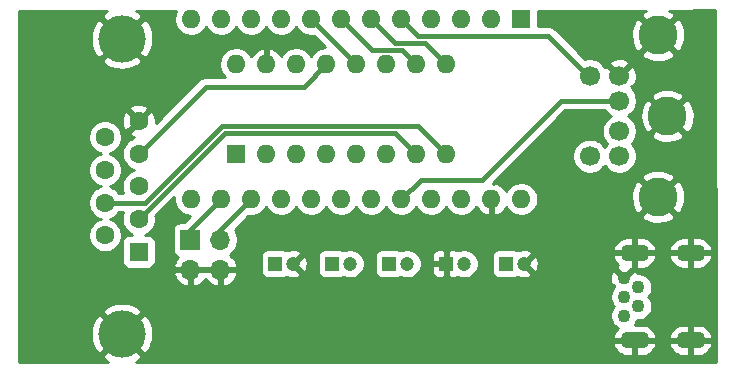
<source format=gbr>
%TF.GenerationSoftware,KiCad,Pcbnew,5.1.8*%
%TF.CreationDate,2020-12-08T11:40:13+01:00*%
%TF.ProjectId,ps2-serial-mouse-adapter,7073322d-7365-4726-9961-6c2d6d6f7573,0.6*%
%TF.SameCoordinates,Original*%
%TF.FileFunction,Copper,L1,Top*%
%TF.FilePolarity,Positive*%
%FSLAX46Y46*%
G04 Gerber Fmt 4.6, Leading zero omitted, Abs format (unit mm)*
G04 Created by KiCad (PCBNEW 5.1.8) date 2020-12-08 11:40:13*
%MOMM*%
%LPD*%
G01*
G04 APERTURE LIST*
%TA.AperFunction,ComponentPad*%
%ADD10C,3.300000*%
%TD*%
%TA.AperFunction,ComponentPad*%
%ADD11C,1.700000*%
%TD*%
%TA.AperFunction,ComponentPad*%
%ADD12O,1.700000X1.700000*%
%TD*%
%TA.AperFunction,ComponentPad*%
%ADD13R,1.700000X1.700000*%
%TD*%
%TA.AperFunction,ComponentPad*%
%ADD14C,1.200000*%
%TD*%
%TA.AperFunction,ComponentPad*%
%ADD15R,1.200000X1.200000*%
%TD*%
%TA.AperFunction,ComponentPad*%
%ADD16O,1.600000X1.600000*%
%TD*%
%TA.AperFunction,ComponentPad*%
%ADD17R,1.600000X1.600000*%
%TD*%
%TA.AperFunction,ComponentPad*%
%ADD18C,4.000000*%
%TD*%
%TA.AperFunction,ComponentPad*%
%ADD19C,1.600000*%
%TD*%
%TA.AperFunction,ComponentPad*%
%ADD20O,2.500000X1.400000*%
%TD*%
%TA.AperFunction,ComponentPad*%
%ADD21C,1.100000*%
%TD*%
%TA.AperFunction,Conductor*%
%ADD22C,0.400000*%
%TD*%
%TA.AperFunction,Conductor*%
%ADD23C,0.254000*%
%TD*%
%TA.AperFunction,Conductor*%
%ADD24C,0.100000*%
%TD*%
G04 APERTURE END LIST*
D10*
%TO.P,MOUSE1,7*%
%TO.N,GND*%
X136042500Y-57856500D03*
X136042500Y-71556500D03*
X136842500Y-64706500D03*
D11*
%TO.P,MOUSE1,1*%
%TO.N,DATA*%
X132762500Y-63406500D03*
%TO.P,MOUSE1,2*%
%TO.N,N/C*%
X132762500Y-66006500D03*
%TO.P,MOUSE1,3*%
%TO.N,GND*%
X132762500Y-61306500D03*
%TO.P,MOUSE1,5*%
%TO.N,CLK*%
X130262500Y-61306500D03*
%TO.P,MOUSE1,4*%
%TO.N,Net-(C2-Pad1)*%
X132762500Y-68106500D03*
%TO.P,MOUSE1,6*%
%TO.N,N/C*%
X130262500Y-68106500D03*
%TD*%
D12*
%TO.P,JP1,4*%
%TO.N,GND*%
X98996500Y-77724000D03*
%TO.P,JP1,3*%
%TO.N,Net-(JP1-Pad3)*%
X98996500Y-75184000D03*
%TO.P,JP1,2*%
%TO.N,GND*%
X96456500Y-77724000D03*
D13*
%TO.P,JP1,1*%
%TO.N,Net-(JP1-Pad1)*%
X96456500Y-75184000D03*
%TD*%
D14*
%TO.P,C2,2*%
%TO.N,GND*%
X124690000Y-77216000D03*
D15*
%TO.P,C2,1*%
%TO.N,Net-(C2-Pad1)*%
X123190000Y-77216000D03*
%TD*%
D16*
%TO.P,U1,24*%
%TO.N,N/C*%
X124460000Y-71755000D03*
%TO.P,U1,12*%
X96520000Y-56515000D03*
%TO.P,U1,23*%
%TO.N,GND*%
X121920000Y-71755000D03*
%TO.P,U1,11*%
%TO.N,N/C*%
X99060000Y-56515000D03*
%TO.P,U1,22*%
X119380000Y-71755000D03*
%TO.P,U1,10*%
X101600000Y-56515000D03*
%TO.P,U1,21*%
%TO.N,Net-(C2-Pad1)*%
X116840000Y-71755000D03*
%TO.P,U1,9*%
%TO.N,N/C*%
X104140000Y-56515000D03*
%TO.P,U1,20*%
%TO.N,DATA*%
X114300000Y-71755000D03*
%TO.P,U1,8*%
%TO.N,DTS*%
X106680000Y-56515000D03*
%TO.P,U1,19*%
%TO.N,N/C*%
X111760000Y-71755000D03*
%TO.P,U1,7*%
%TO.N,TX*%
X109220000Y-56515000D03*
%TO.P,U1,18*%
%TO.N,N/C*%
X109220000Y-71755000D03*
%TO.P,U1,6*%
%TO.N,RTS*%
X111760000Y-56515000D03*
%TO.P,U1,17*%
%TO.N,N/C*%
X106680000Y-71755000D03*
%TO.P,U1,5*%
%TO.N,CLK*%
X114300000Y-56515000D03*
%TO.P,U1,16*%
%TO.N,N/C*%
X104140000Y-71755000D03*
%TO.P,U1,4*%
%TO.N,GND*%
X116840000Y-56515000D03*
%TO.P,U1,15*%
%TO.N,Net-(JP1-Pad3)*%
X101600000Y-71755000D03*
%TO.P,U1,3*%
%TO.N,N/C*%
X119380000Y-56515000D03*
%TO.P,U1,14*%
%TO.N,Net-(JP1-Pad1)*%
X99060000Y-71755000D03*
%TO.P,U1,2*%
%TO.N,N/C*%
X121920000Y-56515000D03*
%TO.P,U1,13*%
X96520000Y-71755000D03*
D17*
%TO.P,U1,1*%
X124460000Y-56515000D03*
%TD*%
D14*
%TO.P,C5,2*%
%TO.N,Net-(C5-Pad2)*%
X119610000Y-77216000D03*
D15*
%TO.P,C5,1*%
%TO.N,GND*%
X118110000Y-77216000D03*
%TD*%
D18*
%TO.P,RS232,0*%
%TO.N,GND*%
X90655000Y-83160000D03*
X90655000Y-58160000D03*
D19*
%TO.P,RS232,9*%
%TO.N,N/C*%
X89235000Y-66505000D03*
%TO.P,RS232,8*%
X89235000Y-69275000D03*
%TO.P,RS232,7*%
%TO.N,Net-(RS232-Pad7)*%
X89235000Y-72045000D03*
%TO.P,RS232,6*%
%TO.N,N/C*%
X89235000Y-74815000D03*
%TO.P,RS232,5*%
%TO.N,GND*%
X92075000Y-65120000D03*
%TO.P,RS232,4*%
%TO.N,Net-(RS232-Pad4)*%
X92075000Y-67890000D03*
%TO.P,RS232,3*%
%TO.N,N/C*%
X92075000Y-70660000D03*
%TO.P,RS232,2*%
%TO.N,Net-(RS232-Pad2)*%
X92075000Y-73430000D03*
D17*
%TO.P,RS232,1*%
%TO.N,N/C*%
X92075000Y-76200000D03*
%TD*%
D16*
%TO.P,U2,16*%
%TO.N,Net-(C2-Pad1)*%
X100330000Y-60325000D03*
%TO.P,U2,8*%
%TO.N,Net-(RS232-Pad7)*%
X118110000Y-67945000D03*
%TO.P,U2,15*%
%TO.N,GND*%
X102870000Y-60325000D03*
%TO.P,U2,7*%
%TO.N,Net-(RS232-Pad2)*%
X115570000Y-67945000D03*
%TO.P,U2,14*%
%TO.N,N/C*%
X105410000Y-60325000D03*
%TO.P,U2,6*%
%TO.N,Net-(C5-Pad2)*%
X113030000Y-67945000D03*
%TO.P,U2,13*%
%TO.N,Net-(RS232-Pad4)*%
X107950000Y-60325000D03*
%TO.P,U2,5*%
%TO.N,Net-(C3-Pad2)*%
X110490000Y-67945000D03*
%TO.P,U2,12*%
%TO.N,DTS*%
X110490000Y-60325000D03*
%TO.P,U2,4*%
%TO.N,Net-(C3-Pad1)*%
X107950000Y-67945000D03*
%TO.P,U2,11*%
%TO.N,N/C*%
X113030000Y-60325000D03*
%TO.P,U2,3*%
%TO.N,Net-(C1-Pad2)*%
X105410000Y-67945000D03*
%TO.P,U2,10*%
%TO.N,TX*%
X115570000Y-60325000D03*
%TO.P,U2,2*%
%TO.N,Net-(C4-Pad1)*%
X102870000Y-67945000D03*
%TO.P,U2,9*%
%TO.N,RTS*%
X118110000Y-60325000D03*
D17*
%TO.P,U2,1*%
%TO.N,Net-(C1-Pad1)*%
X100330000Y-67945000D03*
%TD*%
D20*
%TO.P,PWR1,6*%
%TO.N,GND*%
X138809500Y-76310000D03*
X138809500Y-83710000D03*
X134059500Y-83710000D03*
X134059500Y-76310000D03*
D21*
%TO.P,PWR1,4*%
%TO.N,N/C*%
X134359500Y-79210000D03*
%TO.P,PWR1,2*%
X134359500Y-80810000D03*
%TO.P,PWR1,1*%
%TO.N,Net-(C2-Pad1)*%
X133159500Y-81610000D03*
%TO.P,PWR1,5*%
%TO.N,GND*%
X133159500Y-78410000D03*
%TO.P,PWR1,3*%
%TO.N,N/C*%
X133159500Y-80010000D03*
%TD*%
D14*
%TO.P,C4,2*%
%TO.N,GND*%
X105132000Y-77216000D03*
D15*
%TO.P,C4,1*%
%TO.N,Net-(C4-Pad1)*%
X103632000Y-77216000D03*
%TD*%
D14*
%TO.P,C3,2*%
%TO.N,Net-(C3-Pad2)*%
X114784000Y-77216000D03*
D15*
%TO.P,C3,1*%
%TO.N,Net-(C3-Pad1)*%
X113284000Y-77216000D03*
%TD*%
D14*
%TO.P,C1,2*%
%TO.N,Net-(C1-Pad2)*%
X109958000Y-77216000D03*
D15*
%TO.P,C1,1*%
%TO.N,Net-(C1-Pad1)*%
X108458000Y-77216000D03*
%TD*%
D22*
%TO.N,Net-(C1-Pad1)*%
X100330000Y-67945000D02*
X100330000Y-68072000D01*
%TO.N,CLK*%
X126758979Y-57924979D02*
X130140500Y-61306500D01*
X115709979Y-57924979D02*
X126758979Y-57924979D01*
X130140500Y-61306500D02*
X130262500Y-61306500D01*
X114300000Y-56515000D02*
X115709979Y-57924979D01*
%TO.N,DATA*%
X127855500Y-63406500D02*
X132762500Y-63406500D01*
X121158000Y-70104000D02*
X127855500Y-63406500D01*
X115951000Y-70104000D02*
X121158000Y-70104000D01*
X114300000Y-71755000D02*
X115951000Y-70104000D01*
%TO.N,TX*%
X114369999Y-59124999D02*
X115570000Y-60325000D01*
X111829999Y-59124999D02*
X114369999Y-59124999D01*
X109220000Y-56515000D02*
X111829999Y-59124999D01*
%TO.N,DTS*%
X106680000Y-56515000D02*
X110490000Y-60325000D01*
%TO.N,RTS*%
X116309989Y-58524989D02*
X118110000Y-60325000D01*
X113769989Y-58524989D02*
X116309989Y-58524989D01*
X111760000Y-56515000D02*
X113769989Y-58524989D01*
%TO.N,Net-(RS232-Pad7)*%
X115709979Y-65544979D02*
X118110000Y-67945000D01*
X99111479Y-65544979D02*
X115709979Y-65544979D01*
X89235000Y-72045000D02*
X92611458Y-72045000D01*
X92611458Y-72045000D02*
X99111479Y-65544979D01*
%TO.N,Net-(RS232-Pad4)*%
X92075000Y-67890000D02*
X97735000Y-62230000D01*
X106045000Y-62230000D02*
X107950000Y-60325000D01*
X97735000Y-62230000D02*
X106045000Y-62230000D01*
%TO.N,Net-(RS232-Pad2)*%
X113769989Y-66144989D02*
X115570000Y-67945000D01*
X99360011Y-66144989D02*
X113769989Y-66144989D01*
X92075000Y-73430000D02*
X99360011Y-66144989D01*
%TO.N,Net-(JP1-Pad3)*%
X98996500Y-74358500D02*
X98996500Y-75184000D01*
X101600000Y-71755000D02*
X98996500Y-74358500D01*
%TO.N,Net-(JP1-Pad1)*%
X96456500Y-74358500D02*
X96456500Y-75184000D01*
X99060000Y-71755000D02*
X96456500Y-74358500D01*
%TD*%
D23*
%TO.N,GND*%
X140943649Y-85509500D02*
X91853750Y-85509500D01*
X92106772Y-85374258D01*
X92322894Y-85007499D01*
X90655000Y-83339605D01*
X88987106Y-85007499D01*
X89203228Y-85374258D01*
X89461640Y-85509500D01*
X81940000Y-85509500D01*
X81940000Y-83183071D01*
X88007352Y-83183071D01*
X88062727Y-83699159D01*
X88217721Y-84194526D01*
X88440742Y-84611772D01*
X88807501Y-84827894D01*
X90475395Y-83160000D01*
X90834605Y-83160000D01*
X92502499Y-84827894D01*
X92869258Y-84611772D01*
X93109938Y-84151895D01*
X93141840Y-84043329D01*
X132216784Y-84043329D01*
X132227520Y-84103550D01*
X132328931Y-84346090D01*
X132475710Y-84564185D01*
X132662217Y-84749455D01*
X132881285Y-84894779D01*
X133124495Y-84994572D01*
X133382500Y-85045000D01*
X133932500Y-85045000D01*
X133932500Y-83837000D01*
X134186500Y-83837000D01*
X134186500Y-85045000D01*
X134736500Y-85045000D01*
X134994505Y-84994572D01*
X135237715Y-84894779D01*
X135456783Y-84749455D01*
X135643290Y-84564185D01*
X135790069Y-84346090D01*
X135891480Y-84103550D01*
X135902216Y-84043329D01*
X136966784Y-84043329D01*
X136977520Y-84103550D01*
X137078931Y-84346090D01*
X137225710Y-84564185D01*
X137412217Y-84749455D01*
X137631285Y-84894779D01*
X137874495Y-84994572D01*
X138132500Y-85045000D01*
X138682500Y-85045000D01*
X138682500Y-83837000D01*
X138936500Y-83837000D01*
X138936500Y-85045000D01*
X139486500Y-85045000D01*
X139744505Y-84994572D01*
X139987715Y-84894779D01*
X140206783Y-84749455D01*
X140393290Y-84564185D01*
X140540069Y-84346090D01*
X140641480Y-84103550D01*
X140652216Y-84043329D01*
X140528874Y-83837000D01*
X138936500Y-83837000D01*
X138682500Y-83837000D01*
X137090126Y-83837000D01*
X136966784Y-84043329D01*
X135902216Y-84043329D01*
X135778874Y-83837000D01*
X134186500Y-83837000D01*
X133932500Y-83837000D01*
X132340126Y-83837000D01*
X132216784Y-84043329D01*
X93141840Y-84043329D01*
X93256275Y-83653902D01*
X93302648Y-83136929D01*
X93247273Y-82620841D01*
X93092279Y-82125474D01*
X92869258Y-81708228D01*
X92502499Y-81492106D01*
X90834605Y-83160000D01*
X90475395Y-83160000D01*
X88807501Y-81492106D01*
X88440742Y-81708228D01*
X88200062Y-82168105D01*
X88053725Y-82666098D01*
X88007352Y-83183071D01*
X81940000Y-83183071D01*
X81940000Y-81312501D01*
X88987106Y-81312501D01*
X90655000Y-82980395D01*
X92322894Y-81312501D01*
X92106772Y-80945742D01*
X91646895Y-80705062D01*
X91148902Y-80558725D01*
X90631929Y-80512352D01*
X90115841Y-80567727D01*
X89620474Y-80722721D01*
X89203228Y-80945742D01*
X88987106Y-81312501D01*
X81940000Y-81312501D01*
X81940000Y-78080891D01*
X95015019Y-78080891D01*
X95112343Y-78355252D01*
X95261322Y-78605355D01*
X95456231Y-78821588D01*
X95689580Y-78995641D01*
X95952401Y-79120825D01*
X96099610Y-79165476D01*
X96329500Y-79044155D01*
X96329500Y-77851000D01*
X96583500Y-77851000D01*
X96583500Y-79044155D01*
X96813390Y-79165476D01*
X96960599Y-79120825D01*
X97223420Y-78995641D01*
X97456769Y-78821588D01*
X97651678Y-78605355D01*
X97726500Y-78479745D01*
X97801322Y-78605355D01*
X97996231Y-78821588D01*
X98229580Y-78995641D01*
X98492401Y-79120825D01*
X98639610Y-79165476D01*
X98869500Y-79044155D01*
X98869500Y-77851000D01*
X99123500Y-77851000D01*
X99123500Y-79044155D01*
X99353390Y-79165476D01*
X99500599Y-79120825D01*
X99763420Y-78995641D01*
X99996769Y-78821588D01*
X100191678Y-78605355D01*
X100260140Y-78490421D01*
X131971484Y-78490421D01*
X132010000Y-78720646D01*
X132092692Y-78938934D01*
X132127022Y-79003159D01*
X132345518Y-79044374D01*
X132228155Y-79161737D01*
X132280037Y-79213619D01*
X132239050Y-79254606D01*
X132109366Y-79448692D01*
X132020039Y-79664348D01*
X131974500Y-79893288D01*
X131974500Y-80126712D01*
X132020039Y-80355652D01*
X132109366Y-80571308D01*
X132239050Y-80765394D01*
X132283656Y-80810000D01*
X132239050Y-80854606D01*
X132109366Y-81048692D01*
X132020039Y-81264348D01*
X131974500Y-81493288D01*
X131974500Y-81726712D01*
X132020039Y-81955652D01*
X132109366Y-82171308D01*
X132239050Y-82365394D01*
X132404106Y-82530450D01*
X132598192Y-82660134D01*
X132650773Y-82681913D01*
X132475710Y-82855815D01*
X132328931Y-83073910D01*
X132227520Y-83316450D01*
X132216784Y-83376671D01*
X132340126Y-83583000D01*
X133932500Y-83583000D01*
X133932500Y-83563000D01*
X134186500Y-83563000D01*
X134186500Y-83583000D01*
X135778874Y-83583000D01*
X135902216Y-83376671D01*
X136966784Y-83376671D01*
X137090126Y-83583000D01*
X138682500Y-83583000D01*
X138682500Y-82375000D01*
X138936500Y-82375000D01*
X138936500Y-83583000D01*
X140528874Y-83583000D01*
X140652216Y-83376671D01*
X140641480Y-83316450D01*
X140540069Y-83073910D01*
X140393290Y-82855815D01*
X140206783Y-82670545D01*
X139987715Y-82525221D01*
X139744505Y-82425428D01*
X139486500Y-82375000D01*
X138936500Y-82375000D01*
X138682500Y-82375000D01*
X138132500Y-82375000D01*
X137874495Y-82425428D01*
X137631285Y-82525221D01*
X137412217Y-82670545D01*
X137225710Y-82855815D01*
X137078931Y-83073910D01*
X136977520Y-83316450D01*
X136966784Y-83376671D01*
X135902216Y-83376671D01*
X135891480Y-83316450D01*
X135790069Y-83073910D01*
X135643290Y-82855815D01*
X135456783Y-82670545D01*
X135237715Y-82525221D01*
X134994505Y-82425428D01*
X134736500Y-82375000D01*
X134070344Y-82375000D01*
X134079950Y-82365394D01*
X134209634Y-82171308D01*
X134282663Y-81995000D01*
X134476212Y-81995000D01*
X134705152Y-81949461D01*
X134920808Y-81860134D01*
X135114894Y-81730450D01*
X135279950Y-81565394D01*
X135409634Y-81371308D01*
X135498961Y-81155652D01*
X135544500Y-80926712D01*
X135544500Y-80693288D01*
X135498961Y-80464348D01*
X135409634Y-80248692D01*
X135279950Y-80054606D01*
X135235344Y-80010000D01*
X135279950Y-79965394D01*
X135409634Y-79771308D01*
X135498961Y-79555652D01*
X135544500Y-79326712D01*
X135544500Y-79093288D01*
X135498961Y-78864348D01*
X135409634Y-78648692D01*
X135279950Y-78454606D01*
X135114894Y-78289550D01*
X134920808Y-78159866D01*
X134705152Y-78070539D01*
X134476212Y-78025000D01*
X134280833Y-78025000D01*
X134226308Y-77881066D01*
X134191978Y-77816841D01*
X133973479Y-77775626D01*
X133339105Y-78410000D01*
X133353248Y-78424143D01*
X133173643Y-78603748D01*
X133159500Y-78589605D01*
X133145358Y-78603748D01*
X132965753Y-78424143D01*
X132979895Y-78410000D01*
X132345521Y-77775626D01*
X132127022Y-77816841D01*
X132031141Y-78029665D01*
X131978622Y-78257105D01*
X131971484Y-78490421D01*
X100260140Y-78490421D01*
X100340657Y-78355252D01*
X100437981Y-78080891D01*
X100317314Y-77851000D01*
X99123500Y-77851000D01*
X98869500Y-77851000D01*
X96583500Y-77851000D01*
X96329500Y-77851000D01*
X95135686Y-77851000D01*
X95015019Y-78080891D01*
X81940000Y-78080891D01*
X81940000Y-64127298D01*
X91261903Y-64127298D01*
X92075000Y-64940395D01*
X92888097Y-64127298D01*
X92816514Y-63883329D01*
X92561004Y-63762429D01*
X92286816Y-63693700D01*
X92004488Y-63679783D01*
X91724870Y-63721213D01*
X91458708Y-63816397D01*
X91333486Y-63883329D01*
X91261903Y-64127298D01*
X81940000Y-64127298D01*
X81940000Y-60007499D01*
X88987106Y-60007499D01*
X89203228Y-60374258D01*
X89663105Y-60614938D01*
X90161098Y-60761275D01*
X90678071Y-60807648D01*
X91194159Y-60752273D01*
X91689526Y-60597279D01*
X92106772Y-60374258D01*
X92322894Y-60007499D01*
X90655000Y-58339605D01*
X88987106Y-60007499D01*
X81940000Y-60007499D01*
X81940000Y-58183071D01*
X88007352Y-58183071D01*
X88062727Y-58699159D01*
X88217721Y-59194526D01*
X88440742Y-59611772D01*
X88807501Y-59827894D01*
X90475395Y-58160000D01*
X90834605Y-58160000D01*
X92502499Y-59827894D01*
X92869258Y-59611772D01*
X93109938Y-59151895D01*
X93256275Y-58653902D01*
X93302648Y-58136929D01*
X93247273Y-57620841D01*
X93092279Y-57125474D01*
X92869258Y-56708228D01*
X92502499Y-56492106D01*
X90834605Y-58160000D01*
X90475395Y-58160000D01*
X88807501Y-56492106D01*
X88440742Y-56708228D01*
X88200062Y-57168105D01*
X88053725Y-57666098D01*
X88007352Y-58183071D01*
X81940000Y-58183071D01*
X81940000Y-55840804D01*
X89414289Y-55832928D01*
X89203228Y-55945742D01*
X88987106Y-56312501D01*
X90655000Y-57980395D01*
X92322894Y-56312501D01*
X92106772Y-55945742D01*
X91886237Y-55830323D01*
X95253998Y-55826775D01*
X95248320Y-55835273D01*
X95140147Y-56096426D01*
X95085000Y-56373665D01*
X95085000Y-56656335D01*
X95140147Y-56933574D01*
X95248320Y-57194727D01*
X95405363Y-57429759D01*
X95605241Y-57629637D01*
X95840273Y-57786680D01*
X96101426Y-57894853D01*
X96378665Y-57950000D01*
X96661335Y-57950000D01*
X96938574Y-57894853D01*
X97199727Y-57786680D01*
X97434759Y-57629637D01*
X97634637Y-57429759D01*
X97790000Y-57197241D01*
X97945363Y-57429759D01*
X98145241Y-57629637D01*
X98380273Y-57786680D01*
X98641426Y-57894853D01*
X98918665Y-57950000D01*
X99201335Y-57950000D01*
X99478574Y-57894853D01*
X99739727Y-57786680D01*
X99974759Y-57629637D01*
X100174637Y-57429759D01*
X100330000Y-57197241D01*
X100485363Y-57429759D01*
X100685241Y-57629637D01*
X100920273Y-57786680D01*
X101181426Y-57894853D01*
X101458665Y-57950000D01*
X101741335Y-57950000D01*
X102018574Y-57894853D01*
X102279727Y-57786680D01*
X102514759Y-57629637D01*
X102714637Y-57429759D01*
X102870000Y-57197241D01*
X103025363Y-57429759D01*
X103225241Y-57629637D01*
X103460273Y-57786680D01*
X103721426Y-57894853D01*
X103998665Y-57950000D01*
X104281335Y-57950000D01*
X104558574Y-57894853D01*
X104819727Y-57786680D01*
X105054759Y-57629637D01*
X105254637Y-57429759D01*
X105410000Y-57197241D01*
X105565363Y-57429759D01*
X105765241Y-57629637D01*
X106000273Y-57786680D01*
X106261426Y-57894853D01*
X106538665Y-57950000D01*
X106821335Y-57950000D01*
X106915418Y-57931285D01*
X107874132Y-58890000D01*
X107808665Y-58890000D01*
X107531426Y-58945147D01*
X107270273Y-59053320D01*
X107035241Y-59210363D01*
X106835363Y-59410241D01*
X106680000Y-59642759D01*
X106524637Y-59410241D01*
X106324759Y-59210363D01*
X106089727Y-59053320D01*
X105828574Y-58945147D01*
X105551335Y-58890000D01*
X105268665Y-58890000D01*
X104991426Y-58945147D01*
X104730273Y-59053320D01*
X104495241Y-59210363D01*
X104295363Y-59410241D01*
X104138320Y-59645273D01*
X104133933Y-59655865D01*
X104022385Y-59469869D01*
X103833414Y-59261481D01*
X103607420Y-59093963D01*
X103353087Y-58973754D01*
X103219039Y-58933096D01*
X102997000Y-59055085D01*
X102997000Y-60198000D01*
X103017000Y-60198000D01*
X103017000Y-60452000D01*
X102997000Y-60452000D01*
X102997000Y-60472000D01*
X102743000Y-60472000D01*
X102743000Y-60452000D01*
X102723000Y-60452000D01*
X102723000Y-60198000D01*
X102743000Y-60198000D01*
X102743000Y-59055085D01*
X102520961Y-58933096D01*
X102386913Y-58973754D01*
X102132580Y-59093963D01*
X101906586Y-59261481D01*
X101717615Y-59469869D01*
X101606067Y-59655865D01*
X101601680Y-59645273D01*
X101444637Y-59410241D01*
X101244759Y-59210363D01*
X101009727Y-59053320D01*
X100748574Y-58945147D01*
X100471335Y-58890000D01*
X100188665Y-58890000D01*
X99911426Y-58945147D01*
X99650273Y-59053320D01*
X99415241Y-59210363D01*
X99215363Y-59410241D01*
X99058320Y-59645273D01*
X98950147Y-59906426D01*
X98895000Y-60183665D01*
X98895000Y-60466335D01*
X98950147Y-60743574D01*
X99058320Y-61004727D01*
X99215363Y-61239759D01*
X99370604Y-61395000D01*
X97776018Y-61395000D01*
X97735000Y-61390960D01*
X97693982Y-61395000D01*
X97693981Y-61395000D01*
X97571311Y-61407082D01*
X97420730Y-61452760D01*
X97413913Y-61454828D01*
X97268854Y-61532364D01*
X97190485Y-61596680D01*
X97141709Y-61636709D01*
X97115563Y-61668568D01*
X93503840Y-65280292D01*
X93515217Y-65049488D01*
X93473787Y-64769870D01*
X93378603Y-64503708D01*
X93311671Y-64378486D01*
X93067702Y-64306903D01*
X92254605Y-65120000D01*
X92268748Y-65134143D01*
X92089143Y-65313748D01*
X92075000Y-65299605D01*
X91261903Y-66112702D01*
X91333486Y-66356671D01*
X91588996Y-66477571D01*
X91691289Y-66503212D01*
X91656426Y-66510147D01*
X91395273Y-66618320D01*
X91160241Y-66775363D01*
X90960363Y-66975241D01*
X90803320Y-67210273D01*
X90695147Y-67471426D01*
X90640000Y-67748665D01*
X90640000Y-68031335D01*
X90695147Y-68308574D01*
X90803320Y-68569727D01*
X90960363Y-68804759D01*
X91160241Y-69004637D01*
X91395273Y-69161680D01*
X91656426Y-69269853D01*
X91682301Y-69275000D01*
X91656426Y-69280147D01*
X91395273Y-69388320D01*
X91160241Y-69545363D01*
X90960363Y-69745241D01*
X90803320Y-69980273D01*
X90695147Y-70241426D01*
X90640000Y-70518665D01*
X90640000Y-70801335D01*
X90695147Y-71078574D01*
X90749585Y-71210000D01*
X90402930Y-71210000D01*
X90349637Y-71130241D01*
X90149759Y-70930363D01*
X89914727Y-70773320D01*
X89653574Y-70665147D01*
X89627699Y-70660000D01*
X89653574Y-70654853D01*
X89914727Y-70546680D01*
X90149759Y-70389637D01*
X90349637Y-70189759D01*
X90506680Y-69954727D01*
X90614853Y-69693574D01*
X90670000Y-69416335D01*
X90670000Y-69133665D01*
X90614853Y-68856426D01*
X90506680Y-68595273D01*
X90349637Y-68360241D01*
X90149759Y-68160363D01*
X89914727Y-68003320D01*
X89653574Y-67895147D01*
X89627699Y-67890000D01*
X89653574Y-67884853D01*
X89914727Y-67776680D01*
X90149759Y-67619637D01*
X90349637Y-67419759D01*
X90506680Y-67184727D01*
X90614853Y-66923574D01*
X90670000Y-66646335D01*
X90670000Y-66363665D01*
X90614853Y-66086426D01*
X90506680Y-65825273D01*
X90349637Y-65590241D01*
X90149759Y-65390363D01*
X89914727Y-65233320D01*
X89811380Y-65190512D01*
X90634783Y-65190512D01*
X90676213Y-65470130D01*
X90771397Y-65736292D01*
X90838329Y-65861514D01*
X91082298Y-65933097D01*
X91895395Y-65120000D01*
X91082298Y-64306903D01*
X90838329Y-64378486D01*
X90717429Y-64633996D01*
X90648700Y-64908184D01*
X90634783Y-65190512D01*
X89811380Y-65190512D01*
X89653574Y-65125147D01*
X89376335Y-65070000D01*
X89093665Y-65070000D01*
X88816426Y-65125147D01*
X88555273Y-65233320D01*
X88320241Y-65390363D01*
X88120363Y-65590241D01*
X87963320Y-65825273D01*
X87855147Y-66086426D01*
X87800000Y-66363665D01*
X87800000Y-66646335D01*
X87855147Y-66923574D01*
X87963320Y-67184727D01*
X88120363Y-67419759D01*
X88320241Y-67619637D01*
X88555273Y-67776680D01*
X88816426Y-67884853D01*
X88842301Y-67890000D01*
X88816426Y-67895147D01*
X88555273Y-68003320D01*
X88320241Y-68160363D01*
X88120363Y-68360241D01*
X87963320Y-68595273D01*
X87855147Y-68856426D01*
X87800000Y-69133665D01*
X87800000Y-69416335D01*
X87855147Y-69693574D01*
X87963320Y-69954727D01*
X88120363Y-70189759D01*
X88320241Y-70389637D01*
X88555273Y-70546680D01*
X88816426Y-70654853D01*
X88842301Y-70660000D01*
X88816426Y-70665147D01*
X88555273Y-70773320D01*
X88320241Y-70930363D01*
X88120363Y-71130241D01*
X87963320Y-71365273D01*
X87855147Y-71626426D01*
X87800000Y-71903665D01*
X87800000Y-72186335D01*
X87855147Y-72463574D01*
X87963320Y-72724727D01*
X88120363Y-72959759D01*
X88320241Y-73159637D01*
X88555273Y-73316680D01*
X88816426Y-73424853D01*
X88842301Y-73430000D01*
X88816426Y-73435147D01*
X88555273Y-73543320D01*
X88320241Y-73700363D01*
X88120363Y-73900241D01*
X87963320Y-74135273D01*
X87855147Y-74396426D01*
X87800000Y-74673665D01*
X87800000Y-74956335D01*
X87855147Y-75233574D01*
X87963320Y-75494727D01*
X88120363Y-75729759D01*
X88320241Y-75929637D01*
X88555273Y-76086680D01*
X88816426Y-76194853D01*
X89093665Y-76250000D01*
X89376335Y-76250000D01*
X89653574Y-76194853D01*
X89914727Y-76086680D01*
X90149759Y-75929637D01*
X90349637Y-75729759D01*
X90506680Y-75494727D01*
X90614853Y-75233574D01*
X90670000Y-74956335D01*
X90670000Y-74673665D01*
X90614853Y-74396426D01*
X90506680Y-74135273D01*
X90349637Y-73900241D01*
X90149759Y-73700363D01*
X89914727Y-73543320D01*
X89653574Y-73435147D01*
X89627699Y-73430000D01*
X89653574Y-73424853D01*
X89914727Y-73316680D01*
X90149759Y-73159637D01*
X90349637Y-72959759D01*
X90402930Y-72880000D01*
X90749585Y-72880000D01*
X90695147Y-73011426D01*
X90640000Y-73288665D01*
X90640000Y-73571335D01*
X90695147Y-73848574D01*
X90803320Y-74109727D01*
X90960363Y-74344759D01*
X91160241Y-74544637D01*
X91395273Y-74701680D01*
X91540725Y-74761928D01*
X91275000Y-74761928D01*
X91150518Y-74774188D01*
X91030820Y-74810498D01*
X90920506Y-74869463D01*
X90823815Y-74948815D01*
X90744463Y-75045506D01*
X90685498Y-75155820D01*
X90649188Y-75275518D01*
X90636928Y-75400000D01*
X90636928Y-77000000D01*
X90649188Y-77124482D01*
X90685498Y-77244180D01*
X90744463Y-77354494D01*
X90823815Y-77451185D01*
X90920506Y-77530537D01*
X91030820Y-77589502D01*
X91150518Y-77625812D01*
X91275000Y-77638072D01*
X92875000Y-77638072D01*
X92999482Y-77625812D01*
X93119180Y-77589502D01*
X93229494Y-77530537D01*
X93326185Y-77451185D01*
X93405537Y-77354494D01*
X93464502Y-77244180D01*
X93500812Y-77124482D01*
X93513072Y-77000000D01*
X93513072Y-75400000D01*
X93500812Y-75275518D01*
X93464502Y-75155820D01*
X93405537Y-75045506D01*
X93326185Y-74948815D01*
X93229494Y-74869463D01*
X93119180Y-74810498D01*
X92999482Y-74774188D01*
X92875000Y-74761928D01*
X92609275Y-74761928D01*
X92754727Y-74701680D01*
X92989759Y-74544637D01*
X93189637Y-74344759D01*
X93346680Y-74109727D01*
X93454853Y-73848574D01*
X93510000Y-73571335D01*
X93510000Y-73288665D01*
X93491285Y-73194582D01*
X95088178Y-71597690D01*
X95085000Y-71613665D01*
X95085000Y-71896335D01*
X95140147Y-72173574D01*
X95248320Y-72434727D01*
X95405363Y-72669759D01*
X95605241Y-72869637D01*
X95840273Y-73026680D01*
X96101426Y-73134853D01*
X96378665Y-73190000D01*
X96444133Y-73190000D01*
X95938205Y-73695928D01*
X95606500Y-73695928D01*
X95482018Y-73708188D01*
X95362320Y-73744498D01*
X95252006Y-73803463D01*
X95155315Y-73882815D01*
X95075963Y-73979506D01*
X95016998Y-74089820D01*
X94980688Y-74209518D01*
X94968428Y-74334000D01*
X94968428Y-76034000D01*
X94980688Y-76158482D01*
X95016998Y-76278180D01*
X95075963Y-76388494D01*
X95155315Y-76485185D01*
X95252006Y-76564537D01*
X95362320Y-76623502D01*
X95438126Y-76646498D01*
X95261322Y-76842645D01*
X95112343Y-77092748D01*
X95015019Y-77367109D01*
X95135686Y-77597000D01*
X96329500Y-77597000D01*
X96329500Y-77577000D01*
X96583500Y-77577000D01*
X96583500Y-77597000D01*
X98869500Y-77597000D01*
X98869500Y-77577000D01*
X99123500Y-77577000D01*
X99123500Y-77597000D01*
X100317314Y-77597000D01*
X100437981Y-77367109D01*
X100340657Y-77092748D01*
X100191678Y-76842645D01*
X99996769Y-76626412D01*
X99982810Y-76616000D01*
X102393928Y-76616000D01*
X102393928Y-77816000D01*
X102406188Y-77940482D01*
X102442498Y-78060180D01*
X102501463Y-78170494D01*
X102580815Y-78267185D01*
X102677506Y-78346537D01*
X102787820Y-78405502D01*
X102907518Y-78441812D01*
X103032000Y-78454072D01*
X104232000Y-78454072D01*
X104356482Y-78441812D01*
X104476180Y-78405502D01*
X104586494Y-78346537D01*
X104603681Y-78332432D01*
X104730516Y-78390237D01*
X104967313Y-78446000D01*
X105210438Y-78454495D01*
X105450549Y-78415395D01*
X105678418Y-78330202D01*
X105754852Y-78289348D01*
X105802159Y-78065764D01*
X105132000Y-77395605D01*
X105117858Y-77409748D01*
X104938253Y-77230143D01*
X104952395Y-77216000D01*
X105311605Y-77216000D01*
X105981764Y-77886159D01*
X106205348Y-77838852D01*
X106306237Y-77617484D01*
X106362000Y-77380687D01*
X106370495Y-77137562D01*
X106331395Y-76897451D01*
X106246202Y-76669582D01*
X106217563Y-76616000D01*
X107219928Y-76616000D01*
X107219928Y-77816000D01*
X107232188Y-77940482D01*
X107268498Y-78060180D01*
X107327463Y-78170494D01*
X107406815Y-78267185D01*
X107503506Y-78346537D01*
X107613820Y-78405502D01*
X107733518Y-78441812D01*
X107858000Y-78454072D01*
X109058000Y-78454072D01*
X109182482Y-78441812D01*
X109302180Y-78405502D01*
X109412494Y-78346537D01*
X109428478Y-78333419D01*
X109597764Y-78403540D01*
X109836363Y-78451000D01*
X110079637Y-78451000D01*
X110318236Y-78403540D01*
X110542992Y-78310443D01*
X110745267Y-78175287D01*
X110917287Y-78003267D01*
X111052443Y-77800992D01*
X111145540Y-77576236D01*
X111193000Y-77337637D01*
X111193000Y-77094363D01*
X111145540Y-76855764D01*
X111052443Y-76631008D01*
X111042415Y-76616000D01*
X112045928Y-76616000D01*
X112045928Y-77816000D01*
X112058188Y-77940482D01*
X112094498Y-78060180D01*
X112153463Y-78170494D01*
X112232815Y-78267185D01*
X112329506Y-78346537D01*
X112439820Y-78405502D01*
X112559518Y-78441812D01*
X112684000Y-78454072D01*
X113884000Y-78454072D01*
X114008482Y-78441812D01*
X114128180Y-78405502D01*
X114238494Y-78346537D01*
X114254478Y-78333419D01*
X114423764Y-78403540D01*
X114662363Y-78451000D01*
X114905637Y-78451000D01*
X115144236Y-78403540D01*
X115368992Y-78310443D01*
X115571267Y-78175287D01*
X115743287Y-78003267D01*
X115868414Y-77816000D01*
X116871928Y-77816000D01*
X116884188Y-77940482D01*
X116920498Y-78060180D01*
X116979463Y-78170494D01*
X117058815Y-78267185D01*
X117155506Y-78346537D01*
X117265820Y-78405502D01*
X117385518Y-78441812D01*
X117510000Y-78454072D01*
X117824250Y-78451000D01*
X117983000Y-78292250D01*
X117983000Y-77343000D01*
X117033750Y-77343000D01*
X116875000Y-77501750D01*
X116871928Y-77816000D01*
X115868414Y-77816000D01*
X115878443Y-77800992D01*
X115971540Y-77576236D01*
X116019000Y-77337637D01*
X116019000Y-77094363D01*
X115971540Y-76855764D01*
X115878443Y-76631008D01*
X115868415Y-76616000D01*
X116871928Y-76616000D01*
X116875000Y-76930250D01*
X117033750Y-77089000D01*
X117983000Y-77089000D01*
X117983000Y-76139750D01*
X118237000Y-76139750D01*
X118237000Y-77089000D01*
X118257000Y-77089000D01*
X118257000Y-77343000D01*
X118237000Y-77343000D01*
X118237000Y-78292250D01*
X118395750Y-78451000D01*
X118710000Y-78454072D01*
X118834482Y-78441812D01*
X118954180Y-78405502D01*
X119064494Y-78346537D01*
X119080478Y-78333419D01*
X119249764Y-78403540D01*
X119488363Y-78451000D01*
X119731637Y-78451000D01*
X119970236Y-78403540D01*
X120194992Y-78310443D01*
X120397267Y-78175287D01*
X120569287Y-78003267D01*
X120704443Y-77800992D01*
X120797540Y-77576236D01*
X120845000Y-77337637D01*
X120845000Y-77094363D01*
X120797540Y-76855764D01*
X120704443Y-76631008D01*
X120694415Y-76616000D01*
X121951928Y-76616000D01*
X121951928Y-77816000D01*
X121964188Y-77940482D01*
X122000498Y-78060180D01*
X122059463Y-78170494D01*
X122138815Y-78267185D01*
X122235506Y-78346537D01*
X122345820Y-78405502D01*
X122465518Y-78441812D01*
X122590000Y-78454072D01*
X123790000Y-78454072D01*
X123914482Y-78441812D01*
X124034180Y-78405502D01*
X124144494Y-78346537D01*
X124161681Y-78332432D01*
X124288516Y-78390237D01*
X124525313Y-78446000D01*
X124768438Y-78454495D01*
X125008549Y-78415395D01*
X125236418Y-78330202D01*
X125312852Y-78289348D01*
X125360159Y-78065764D01*
X124690000Y-77395605D01*
X124675858Y-77409748D01*
X124496253Y-77230143D01*
X124510395Y-77216000D01*
X124869605Y-77216000D01*
X125539764Y-77886159D01*
X125763348Y-77838852D01*
X125864237Y-77617484D01*
X125920000Y-77380687D01*
X125928495Y-77137562D01*
X125889395Y-76897451D01*
X125804202Y-76669582D01*
X125790170Y-76643329D01*
X132216784Y-76643329D01*
X132227520Y-76703550D01*
X132328931Y-76946090D01*
X132475710Y-77164185D01*
X132648915Y-77336241D01*
X132630566Y-77343192D01*
X132566341Y-77377522D01*
X132525126Y-77596021D01*
X133159500Y-78230395D01*
X133744895Y-77645000D01*
X133932500Y-77645000D01*
X133932500Y-76437000D01*
X134186500Y-76437000D01*
X134186500Y-77645000D01*
X134736500Y-77645000D01*
X134994505Y-77594572D01*
X135237715Y-77494779D01*
X135456783Y-77349455D01*
X135643290Y-77164185D01*
X135790069Y-76946090D01*
X135891480Y-76703550D01*
X135902216Y-76643329D01*
X136966784Y-76643329D01*
X136977520Y-76703550D01*
X137078931Y-76946090D01*
X137225710Y-77164185D01*
X137412217Y-77349455D01*
X137631285Y-77494779D01*
X137874495Y-77594572D01*
X138132500Y-77645000D01*
X138682500Y-77645000D01*
X138682500Y-76437000D01*
X138936500Y-76437000D01*
X138936500Y-77645000D01*
X139486500Y-77645000D01*
X139744505Y-77594572D01*
X139987715Y-77494779D01*
X140206783Y-77349455D01*
X140393290Y-77164185D01*
X140540069Y-76946090D01*
X140641480Y-76703550D01*
X140652216Y-76643329D01*
X140528874Y-76437000D01*
X138936500Y-76437000D01*
X138682500Y-76437000D01*
X137090126Y-76437000D01*
X136966784Y-76643329D01*
X135902216Y-76643329D01*
X135778874Y-76437000D01*
X134186500Y-76437000D01*
X133932500Y-76437000D01*
X132340126Y-76437000D01*
X132216784Y-76643329D01*
X125790170Y-76643329D01*
X125763348Y-76593148D01*
X125539764Y-76545841D01*
X124869605Y-77216000D01*
X124510395Y-77216000D01*
X124496253Y-77201858D01*
X124675858Y-77022253D01*
X124690000Y-77036395D01*
X125360159Y-76366236D01*
X125312852Y-76142652D01*
X125091484Y-76041763D01*
X124854687Y-75986000D01*
X124611562Y-75977505D01*
X124371451Y-76016605D01*
X124157883Y-76096451D01*
X124144494Y-76085463D01*
X124034180Y-76026498D01*
X123914482Y-75990188D01*
X123790000Y-75977928D01*
X122590000Y-75977928D01*
X122465518Y-75990188D01*
X122345820Y-76026498D01*
X122235506Y-76085463D01*
X122138815Y-76164815D01*
X122059463Y-76261506D01*
X122000498Y-76371820D01*
X121964188Y-76491518D01*
X121951928Y-76616000D01*
X120694415Y-76616000D01*
X120569287Y-76428733D01*
X120397267Y-76256713D01*
X120194992Y-76121557D01*
X119970236Y-76028460D01*
X119731637Y-75981000D01*
X119488363Y-75981000D01*
X119249764Y-76028460D01*
X119080478Y-76098581D01*
X119064494Y-76085463D01*
X118954180Y-76026498D01*
X118834482Y-75990188D01*
X118710000Y-75977928D01*
X118395750Y-75981000D01*
X118237000Y-76139750D01*
X117983000Y-76139750D01*
X117824250Y-75981000D01*
X117510000Y-75977928D01*
X117385518Y-75990188D01*
X117265820Y-76026498D01*
X117155506Y-76085463D01*
X117058815Y-76164815D01*
X116979463Y-76261506D01*
X116920498Y-76371820D01*
X116884188Y-76491518D01*
X116871928Y-76616000D01*
X115868415Y-76616000D01*
X115743287Y-76428733D01*
X115571267Y-76256713D01*
X115368992Y-76121557D01*
X115144236Y-76028460D01*
X114905637Y-75981000D01*
X114662363Y-75981000D01*
X114423764Y-76028460D01*
X114254478Y-76098581D01*
X114238494Y-76085463D01*
X114128180Y-76026498D01*
X114008482Y-75990188D01*
X113884000Y-75977928D01*
X112684000Y-75977928D01*
X112559518Y-75990188D01*
X112439820Y-76026498D01*
X112329506Y-76085463D01*
X112232815Y-76164815D01*
X112153463Y-76261506D01*
X112094498Y-76371820D01*
X112058188Y-76491518D01*
X112045928Y-76616000D01*
X111042415Y-76616000D01*
X110917287Y-76428733D01*
X110745267Y-76256713D01*
X110542992Y-76121557D01*
X110318236Y-76028460D01*
X110079637Y-75981000D01*
X109836363Y-75981000D01*
X109597764Y-76028460D01*
X109428478Y-76098581D01*
X109412494Y-76085463D01*
X109302180Y-76026498D01*
X109182482Y-75990188D01*
X109058000Y-75977928D01*
X107858000Y-75977928D01*
X107733518Y-75990188D01*
X107613820Y-76026498D01*
X107503506Y-76085463D01*
X107406815Y-76164815D01*
X107327463Y-76261506D01*
X107268498Y-76371820D01*
X107232188Y-76491518D01*
X107219928Y-76616000D01*
X106217563Y-76616000D01*
X106205348Y-76593148D01*
X105981764Y-76545841D01*
X105311605Y-77216000D01*
X104952395Y-77216000D01*
X104938253Y-77201858D01*
X105117858Y-77022253D01*
X105132000Y-77036395D01*
X105802159Y-76366236D01*
X105754852Y-76142652D01*
X105533484Y-76041763D01*
X105296687Y-75986000D01*
X105053562Y-75977505D01*
X104813451Y-76016605D01*
X104599883Y-76096451D01*
X104586494Y-76085463D01*
X104476180Y-76026498D01*
X104356482Y-75990188D01*
X104232000Y-75977928D01*
X103032000Y-75977928D01*
X102907518Y-75990188D01*
X102787820Y-76026498D01*
X102677506Y-76085463D01*
X102580815Y-76164815D01*
X102501463Y-76261506D01*
X102442498Y-76371820D01*
X102406188Y-76491518D01*
X102393928Y-76616000D01*
X99982810Y-76616000D01*
X99767094Y-76455100D01*
X99943132Y-76337475D01*
X100149975Y-76130632D01*
X100252848Y-75976671D01*
X132216784Y-75976671D01*
X132340126Y-76183000D01*
X133932500Y-76183000D01*
X133932500Y-74975000D01*
X134186500Y-74975000D01*
X134186500Y-76183000D01*
X135778874Y-76183000D01*
X135902216Y-75976671D01*
X136966784Y-75976671D01*
X137090126Y-76183000D01*
X138682500Y-76183000D01*
X138682500Y-74975000D01*
X138936500Y-74975000D01*
X138936500Y-76183000D01*
X140528874Y-76183000D01*
X140652216Y-75976671D01*
X140641480Y-75916450D01*
X140540069Y-75673910D01*
X140393290Y-75455815D01*
X140206783Y-75270545D01*
X139987715Y-75125221D01*
X139744505Y-75025428D01*
X139486500Y-74975000D01*
X138936500Y-74975000D01*
X138682500Y-74975000D01*
X138132500Y-74975000D01*
X137874495Y-75025428D01*
X137631285Y-75125221D01*
X137412217Y-75270545D01*
X137225710Y-75455815D01*
X137078931Y-75673910D01*
X136977520Y-75916450D01*
X136966784Y-75976671D01*
X135902216Y-75976671D01*
X135891480Y-75916450D01*
X135790069Y-75673910D01*
X135643290Y-75455815D01*
X135456783Y-75270545D01*
X135237715Y-75125221D01*
X134994505Y-75025428D01*
X134736500Y-74975000D01*
X134186500Y-74975000D01*
X133932500Y-74975000D01*
X133382500Y-74975000D01*
X133124495Y-75025428D01*
X132881285Y-75125221D01*
X132662217Y-75270545D01*
X132475710Y-75455815D01*
X132328931Y-75673910D01*
X132227520Y-75916450D01*
X132216784Y-75976671D01*
X100252848Y-75976671D01*
X100312490Y-75887411D01*
X100424432Y-75617158D01*
X100481500Y-75330260D01*
X100481500Y-75037740D01*
X100424432Y-74750842D01*
X100312490Y-74480589D01*
X100209465Y-74326402D01*
X101364582Y-73171286D01*
X101458665Y-73190000D01*
X101741335Y-73190000D01*
X102018574Y-73134853D01*
X102279727Y-73026680D01*
X102514759Y-72869637D01*
X102714637Y-72669759D01*
X102870000Y-72437241D01*
X103025363Y-72669759D01*
X103225241Y-72869637D01*
X103460273Y-73026680D01*
X103721426Y-73134853D01*
X103998665Y-73190000D01*
X104281335Y-73190000D01*
X104558574Y-73134853D01*
X104819727Y-73026680D01*
X105054759Y-72869637D01*
X105254637Y-72669759D01*
X105410000Y-72437241D01*
X105565363Y-72669759D01*
X105765241Y-72869637D01*
X106000273Y-73026680D01*
X106261426Y-73134853D01*
X106538665Y-73190000D01*
X106821335Y-73190000D01*
X107098574Y-73134853D01*
X107359727Y-73026680D01*
X107594759Y-72869637D01*
X107794637Y-72669759D01*
X107950000Y-72437241D01*
X108105363Y-72669759D01*
X108305241Y-72869637D01*
X108540273Y-73026680D01*
X108801426Y-73134853D01*
X109078665Y-73190000D01*
X109361335Y-73190000D01*
X109638574Y-73134853D01*
X109899727Y-73026680D01*
X110134759Y-72869637D01*
X110334637Y-72669759D01*
X110490000Y-72437241D01*
X110645363Y-72669759D01*
X110845241Y-72869637D01*
X111080273Y-73026680D01*
X111341426Y-73134853D01*
X111618665Y-73190000D01*
X111901335Y-73190000D01*
X112178574Y-73134853D01*
X112439727Y-73026680D01*
X112674759Y-72869637D01*
X112874637Y-72669759D01*
X113030000Y-72437241D01*
X113185363Y-72669759D01*
X113385241Y-72869637D01*
X113620273Y-73026680D01*
X113881426Y-73134853D01*
X114158665Y-73190000D01*
X114441335Y-73190000D01*
X114718574Y-73134853D01*
X114979727Y-73026680D01*
X115214759Y-72869637D01*
X115414637Y-72669759D01*
X115570000Y-72437241D01*
X115725363Y-72669759D01*
X115925241Y-72869637D01*
X116160273Y-73026680D01*
X116421426Y-73134853D01*
X116698665Y-73190000D01*
X116981335Y-73190000D01*
X117258574Y-73134853D01*
X117519727Y-73026680D01*
X117754759Y-72869637D01*
X117954637Y-72669759D01*
X118110000Y-72437241D01*
X118265363Y-72669759D01*
X118465241Y-72869637D01*
X118700273Y-73026680D01*
X118961426Y-73134853D01*
X119238665Y-73190000D01*
X119521335Y-73190000D01*
X119798574Y-73134853D01*
X120059727Y-73026680D01*
X120294759Y-72869637D01*
X120494637Y-72669759D01*
X120651680Y-72434727D01*
X120656067Y-72424135D01*
X120767615Y-72610131D01*
X120956586Y-72818519D01*
X121182580Y-72986037D01*
X121436913Y-73106246D01*
X121570961Y-73146904D01*
X121793000Y-73024915D01*
X121793000Y-71882000D01*
X121773000Y-71882000D01*
X121773000Y-71628000D01*
X121793000Y-71628000D01*
X121793000Y-71608000D01*
X122047000Y-71608000D01*
X122047000Y-71628000D01*
X122067000Y-71628000D01*
X122067000Y-71882000D01*
X122047000Y-71882000D01*
X122047000Y-73024915D01*
X122269039Y-73146904D01*
X122403087Y-73106246D01*
X122657420Y-72986037D01*
X122883414Y-72818519D01*
X123072385Y-72610131D01*
X123183933Y-72424135D01*
X123188320Y-72434727D01*
X123345363Y-72669759D01*
X123545241Y-72869637D01*
X123780273Y-73026680D01*
X124041426Y-73134853D01*
X124318665Y-73190000D01*
X124601335Y-73190000D01*
X124777616Y-73154935D01*
X134623670Y-73154935D01*
X134797723Y-73485854D01*
X135198040Y-73691625D01*
X135630808Y-73815346D01*
X136079398Y-73852259D01*
X136526570Y-73800949D01*
X136955139Y-73663385D01*
X137287277Y-73485854D01*
X137461330Y-73154935D01*
X136042500Y-71736105D01*
X134623670Y-73154935D01*
X124777616Y-73154935D01*
X124878574Y-73134853D01*
X125139727Y-73026680D01*
X125374759Y-72869637D01*
X125574637Y-72669759D01*
X125731680Y-72434727D01*
X125839853Y-72173574D01*
X125895000Y-71896335D01*
X125895000Y-71613665D01*
X125890969Y-71593398D01*
X133746741Y-71593398D01*
X133798051Y-72040570D01*
X133935615Y-72469139D01*
X134113146Y-72801277D01*
X134444065Y-72975330D01*
X135862895Y-71556500D01*
X136222105Y-71556500D01*
X137640935Y-72975330D01*
X137971854Y-72801277D01*
X138177625Y-72400960D01*
X138301346Y-71968192D01*
X138338259Y-71519602D01*
X138286949Y-71072430D01*
X138149385Y-70643861D01*
X137971854Y-70311723D01*
X137640935Y-70137670D01*
X136222105Y-71556500D01*
X135862895Y-71556500D01*
X134444065Y-70137670D01*
X134113146Y-70311723D01*
X133907375Y-70712040D01*
X133783654Y-71144808D01*
X133746741Y-71593398D01*
X125890969Y-71593398D01*
X125839853Y-71336426D01*
X125731680Y-71075273D01*
X125574637Y-70840241D01*
X125374759Y-70640363D01*
X125139727Y-70483320D01*
X124878574Y-70375147D01*
X124601335Y-70320000D01*
X124318665Y-70320000D01*
X124041426Y-70375147D01*
X123780273Y-70483320D01*
X123545241Y-70640363D01*
X123345363Y-70840241D01*
X123188320Y-71075273D01*
X123183933Y-71085865D01*
X123072385Y-70899869D01*
X122883414Y-70691481D01*
X122657420Y-70523963D01*
X122403087Y-70403754D01*
X122269039Y-70363096D01*
X122047002Y-70485084D01*
X122047002Y-70395865D01*
X122484802Y-69958065D01*
X134623670Y-69958065D01*
X136042500Y-71376895D01*
X137461330Y-69958065D01*
X137287277Y-69627146D01*
X136886960Y-69421375D01*
X136454192Y-69297654D01*
X136005602Y-69260741D01*
X135558430Y-69312051D01*
X135129861Y-69449615D01*
X134797723Y-69627146D01*
X134623670Y-69958065D01*
X122484802Y-69958065D01*
X128201368Y-64241500D01*
X131534435Y-64241500D01*
X131609025Y-64353132D01*
X131815868Y-64559975D01*
X132035158Y-64706500D01*
X131815868Y-64853025D01*
X131609025Y-65059868D01*
X131446510Y-65303089D01*
X131334568Y-65573342D01*
X131277500Y-65860240D01*
X131277500Y-66152760D01*
X131334568Y-66439658D01*
X131446510Y-66709911D01*
X131609025Y-66953132D01*
X131712393Y-67056500D01*
X131609025Y-67159868D01*
X131512500Y-67304328D01*
X131415975Y-67159868D01*
X131209132Y-66953025D01*
X130965911Y-66790510D01*
X130695658Y-66678568D01*
X130408760Y-66621500D01*
X130116240Y-66621500D01*
X129829342Y-66678568D01*
X129559089Y-66790510D01*
X129315868Y-66953025D01*
X129109025Y-67159868D01*
X128946510Y-67403089D01*
X128834568Y-67673342D01*
X128777500Y-67960240D01*
X128777500Y-68252760D01*
X128834568Y-68539658D01*
X128946510Y-68809911D01*
X129109025Y-69053132D01*
X129315868Y-69259975D01*
X129559089Y-69422490D01*
X129829342Y-69534432D01*
X130116240Y-69591500D01*
X130408760Y-69591500D01*
X130695658Y-69534432D01*
X130965911Y-69422490D01*
X131209132Y-69259975D01*
X131415975Y-69053132D01*
X131512500Y-68908672D01*
X131609025Y-69053132D01*
X131815868Y-69259975D01*
X132059089Y-69422490D01*
X132329342Y-69534432D01*
X132616240Y-69591500D01*
X132908760Y-69591500D01*
X133195658Y-69534432D01*
X133465911Y-69422490D01*
X133709132Y-69259975D01*
X133915975Y-69053132D01*
X134078490Y-68809911D01*
X134190432Y-68539658D01*
X134247500Y-68252760D01*
X134247500Y-67960240D01*
X134190432Y-67673342D01*
X134078490Y-67403089D01*
X133915975Y-67159868D01*
X133812607Y-67056500D01*
X133915975Y-66953132D01*
X134078490Y-66709911D01*
X134190432Y-66439658D01*
X134217230Y-66304935D01*
X135423670Y-66304935D01*
X135597723Y-66635854D01*
X135998040Y-66841625D01*
X136430808Y-66965346D01*
X136879398Y-67002259D01*
X137326570Y-66950949D01*
X137755139Y-66813385D01*
X138087277Y-66635854D01*
X138261330Y-66304935D01*
X136842500Y-64886105D01*
X135423670Y-66304935D01*
X134217230Y-66304935D01*
X134247500Y-66152760D01*
X134247500Y-65860240D01*
X134190432Y-65573342D01*
X134078490Y-65303089D01*
X133915975Y-65059868D01*
X133709132Y-64853025D01*
X133545064Y-64743398D01*
X134546741Y-64743398D01*
X134598051Y-65190570D01*
X134735615Y-65619139D01*
X134913146Y-65951277D01*
X135244065Y-66125330D01*
X136662895Y-64706500D01*
X137022105Y-64706500D01*
X138440935Y-66125330D01*
X138771854Y-65951277D01*
X138977625Y-65550960D01*
X139101346Y-65118192D01*
X139138259Y-64669602D01*
X139086949Y-64222430D01*
X138949385Y-63793861D01*
X138771854Y-63461723D01*
X138440935Y-63287670D01*
X137022105Y-64706500D01*
X136662895Y-64706500D01*
X135244065Y-63287670D01*
X134913146Y-63461723D01*
X134707375Y-63862040D01*
X134583654Y-64294808D01*
X134546741Y-64743398D01*
X133545064Y-64743398D01*
X133489842Y-64706500D01*
X133709132Y-64559975D01*
X133915975Y-64353132D01*
X134078490Y-64109911D01*
X134190432Y-63839658D01*
X134247500Y-63552760D01*
X134247500Y-63260240D01*
X134217231Y-63108065D01*
X135423670Y-63108065D01*
X136842500Y-64526895D01*
X138261330Y-63108065D01*
X138087277Y-62777146D01*
X137686960Y-62571375D01*
X137254192Y-62447654D01*
X136805602Y-62410741D01*
X136358430Y-62462051D01*
X135929861Y-62599615D01*
X135597723Y-62777146D01*
X135423670Y-63108065D01*
X134217231Y-63108065D01*
X134190432Y-62973342D01*
X134078490Y-62703089D01*
X133915975Y-62459868D01*
X133817254Y-62361147D01*
X133907004Y-62271396D01*
X133790899Y-62155291D01*
X134039972Y-62077657D01*
X134165871Y-61813617D01*
X134237839Y-61530089D01*
X134253111Y-61237969D01*
X134211099Y-60948481D01*
X134113419Y-60672753D01*
X134039972Y-60535343D01*
X133790897Y-60457708D01*
X132942105Y-61306500D01*
X132956248Y-61320643D01*
X132776643Y-61500248D01*
X132762500Y-61486105D01*
X132748358Y-61500248D01*
X132568753Y-61320643D01*
X132582895Y-61306500D01*
X131734103Y-60457708D01*
X131524916Y-60522910D01*
X131415975Y-60359868D01*
X131334210Y-60278103D01*
X131913708Y-60278103D01*
X132762500Y-61126895D01*
X133611292Y-60278103D01*
X133533657Y-60029028D01*
X133269617Y-59903129D01*
X132986089Y-59831161D01*
X132693969Y-59815889D01*
X132404481Y-59857901D01*
X132128753Y-59955581D01*
X131991343Y-60029028D01*
X131913708Y-60278103D01*
X131334210Y-60278103D01*
X131209132Y-60153025D01*
X130965911Y-59990510D01*
X130695658Y-59878568D01*
X130408760Y-59821500D01*
X130116240Y-59821500D01*
X129882802Y-59867934D01*
X129469803Y-59454935D01*
X134623670Y-59454935D01*
X134797723Y-59785854D01*
X135198040Y-59991625D01*
X135630808Y-60115346D01*
X136079398Y-60152259D01*
X136526570Y-60100949D01*
X136955139Y-59963385D01*
X137287277Y-59785854D01*
X137461330Y-59454935D01*
X136042500Y-58036105D01*
X134623670Y-59454935D01*
X129469803Y-59454935D01*
X127908266Y-57893398D01*
X133746741Y-57893398D01*
X133798051Y-58340570D01*
X133935615Y-58769139D01*
X134113146Y-59101277D01*
X134444065Y-59275330D01*
X135862895Y-57856500D01*
X136222105Y-57856500D01*
X137640935Y-59275330D01*
X137971854Y-59101277D01*
X138177625Y-58700960D01*
X138301346Y-58268192D01*
X138338259Y-57819602D01*
X138286949Y-57372430D01*
X138149385Y-56943861D01*
X137971854Y-56611723D01*
X137640935Y-56437670D01*
X136222105Y-57856500D01*
X135862895Y-57856500D01*
X134444065Y-56437670D01*
X134113146Y-56611723D01*
X133907375Y-57012040D01*
X133783654Y-57444808D01*
X133746741Y-57893398D01*
X127908266Y-57893398D01*
X127378425Y-57363558D01*
X127352270Y-57331688D01*
X127225125Y-57227343D01*
X127080066Y-57149807D01*
X126922668Y-57102061D01*
X126799998Y-57089979D01*
X126799997Y-57089979D01*
X126758979Y-57085939D01*
X126717961Y-57089979D01*
X125898072Y-57089979D01*
X125898072Y-55794484D01*
X135063987Y-55784825D01*
X134797723Y-55927146D01*
X134623670Y-56258065D01*
X136042500Y-57676895D01*
X137461330Y-56258065D01*
X137287277Y-55927146D01*
X137006418Y-55782779D01*
X140882851Y-55778694D01*
X140943649Y-85509500D01*
%TA.AperFunction,Conductor*%
D24*
G36*
X140943649Y-85509500D02*
G01*
X91853750Y-85509500D01*
X92106772Y-85374258D01*
X92322894Y-85007499D01*
X90655000Y-83339605D01*
X88987106Y-85007499D01*
X89203228Y-85374258D01*
X89461640Y-85509500D01*
X81940000Y-85509500D01*
X81940000Y-83183071D01*
X88007352Y-83183071D01*
X88062727Y-83699159D01*
X88217721Y-84194526D01*
X88440742Y-84611772D01*
X88807501Y-84827894D01*
X90475395Y-83160000D01*
X90834605Y-83160000D01*
X92502499Y-84827894D01*
X92869258Y-84611772D01*
X93109938Y-84151895D01*
X93141840Y-84043329D01*
X132216784Y-84043329D01*
X132227520Y-84103550D01*
X132328931Y-84346090D01*
X132475710Y-84564185D01*
X132662217Y-84749455D01*
X132881285Y-84894779D01*
X133124495Y-84994572D01*
X133382500Y-85045000D01*
X133932500Y-85045000D01*
X133932500Y-83837000D01*
X134186500Y-83837000D01*
X134186500Y-85045000D01*
X134736500Y-85045000D01*
X134994505Y-84994572D01*
X135237715Y-84894779D01*
X135456783Y-84749455D01*
X135643290Y-84564185D01*
X135790069Y-84346090D01*
X135891480Y-84103550D01*
X135902216Y-84043329D01*
X136966784Y-84043329D01*
X136977520Y-84103550D01*
X137078931Y-84346090D01*
X137225710Y-84564185D01*
X137412217Y-84749455D01*
X137631285Y-84894779D01*
X137874495Y-84994572D01*
X138132500Y-85045000D01*
X138682500Y-85045000D01*
X138682500Y-83837000D01*
X138936500Y-83837000D01*
X138936500Y-85045000D01*
X139486500Y-85045000D01*
X139744505Y-84994572D01*
X139987715Y-84894779D01*
X140206783Y-84749455D01*
X140393290Y-84564185D01*
X140540069Y-84346090D01*
X140641480Y-84103550D01*
X140652216Y-84043329D01*
X140528874Y-83837000D01*
X138936500Y-83837000D01*
X138682500Y-83837000D01*
X137090126Y-83837000D01*
X136966784Y-84043329D01*
X135902216Y-84043329D01*
X135778874Y-83837000D01*
X134186500Y-83837000D01*
X133932500Y-83837000D01*
X132340126Y-83837000D01*
X132216784Y-84043329D01*
X93141840Y-84043329D01*
X93256275Y-83653902D01*
X93302648Y-83136929D01*
X93247273Y-82620841D01*
X93092279Y-82125474D01*
X92869258Y-81708228D01*
X92502499Y-81492106D01*
X90834605Y-83160000D01*
X90475395Y-83160000D01*
X88807501Y-81492106D01*
X88440742Y-81708228D01*
X88200062Y-82168105D01*
X88053725Y-82666098D01*
X88007352Y-83183071D01*
X81940000Y-83183071D01*
X81940000Y-81312501D01*
X88987106Y-81312501D01*
X90655000Y-82980395D01*
X92322894Y-81312501D01*
X92106772Y-80945742D01*
X91646895Y-80705062D01*
X91148902Y-80558725D01*
X90631929Y-80512352D01*
X90115841Y-80567727D01*
X89620474Y-80722721D01*
X89203228Y-80945742D01*
X88987106Y-81312501D01*
X81940000Y-81312501D01*
X81940000Y-78080891D01*
X95015019Y-78080891D01*
X95112343Y-78355252D01*
X95261322Y-78605355D01*
X95456231Y-78821588D01*
X95689580Y-78995641D01*
X95952401Y-79120825D01*
X96099610Y-79165476D01*
X96329500Y-79044155D01*
X96329500Y-77851000D01*
X96583500Y-77851000D01*
X96583500Y-79044155D01*
X96813390Y-79165476D01*
X96960599Y-79120825D01*
X97223420Y-78995641D01*
X97456769Y-78821588D01*
X97651678Y-78605355D01*
X97726500Y-78479745D01*
X97801322Y-78605355D01*
X97996231Y-78821588D01*
X98229580Y-78995641D01*
X98492401Y-79120825D01*
X98639610Y-79165476D01*
X98869500Y-79044155D01*
X98869500Y-77851000D01*
X99123500Y-77851000D01*
X99123500Y-79044155D01*
X99353390Y-79165476D01*
X99500599Y-79120825D01*
X99763420Y-78995641D01*
X99996769Y-78821588D01*
X100191678Y-78605355D01*
X100260140Y-78490421D01*
X131971484Y-78490421D01*
X132010000Y-78720646D01*
X132092692Y-78938934D01*
X132127022Y-79003159D01*
X132345518Y-79044374D01*
X132228155Y-79161737D01*
X132280037Y-79213619D01*
X132239050Y-79254606D01*
X132109366Y-79448692D01*
X132020039Y-79664348D01*
X131974500Y-79893288D01*
X131974500Y-80126712D01*
X132020039Y-80355652D01*
X132109366Y-80571308D01*
X132239050Y-80765394D01*
X132283656Y-80810000D01*
X132239050Y-80854606D01*
X132109366Y-81048692D01*
X132020039Y-81264348D01*
X131974500Y-81493288D01*
X131974500Y-81726712D01*
X132020039Y-81955652D01*
X132109366Y-82171308D01*
X132239050Y-82365394D01*
X132404106Y-82530450D01*
X132598192Y-82660134D01*
X132650773Y-82681913D01*
X132475710Y-82855815D01*
X132328931Y-83073910D01*
X132227520Y-83316450D01*
X132216784Y-83376671D01*
X132340126Y-83583000D01*
X133932500Y-83583000D01*
X133932500Y-83563000D01*
X134186500Y-83563000D01*
X134186500Y-83583000D01*
X135778874Y-83583000D01*
X135902216Y-83376671D01*
X136966784Y-83376671D01*
X137090126Y-83583000D01*
X138682500Y-83583000D01*
X138682500Y-82375000D01*
X138936500Y-82375000D01*
X138936500Y-83583000D01*
X140528874Y-83583000D01*
X140652216Y-83376671D01*
X140641480Y-83316450D01*
X140540069Y-83073910D01*
X140393290Y-82855815D01*
X140206783Y-82670545D01*
X139987715Y-82525221D01*
X139744505Y-82425428D01*
X139486500Y-82375000D01*
X138936500Y-82375000D01*
X138682500Y-82375000D01*
X138132500Y-82375000D01*
X137874495Y-82425428D01*
X137631285Y-82525221D01*
X137412217Y-82670545D01*
X137225710Y-82855815D01*
X137078931Y-83073910D01*
X136977520Y-83316450D01*
X136966784Y-83376671D01*
X135902216Y-83376671D01*
X135891480Y-83316450D01*
X135790069Y-83073910D01*
X135643290Y-82855815D01*
X135456783Y-82670545D01*
X135237715Y-82525221D01*
X134994505Y-82425428D01*
X134736500Y-82375000D01*
X134070344Y-82375000D01*
X134079950Y-82365394D01*
X134209634Y-82171308D01*
X134282663Y-81995000D01*
X134476212Y-81995000D01*
X134705152Y-81949461D01*
X134920808Y-81860134D01*
X135114894Y-81730450D01*
X135279950Y-81565394D01*
X135409634Y-81371308D01*
X135498961Y-81155652D01*
X135544500Y-80926712D01*
X135544500Y-80693288D01*
X135498961Y-80464348D01*
X135409634Y-80248692D01*
X135279950Y-80054606D01*
X135235344Y-80010000D01*
X135279950Y-79965394D01*
X135409634Y-79771308D01*
X135498961Y-79555652D01*
X135544500Y-79326712D01*
X135544500Y-79093288D01*
X135498961Y-78864348D01*
X135409634Y-78648692D01*
X135279950Y-78454606D01*
X135114894Y-78289550D01*
X134920808Y-78159866D01*
X134705152Y-78070539D01*
X134476212Y-78025000D01*
X134280833Y-78025000D01*
X134226308Y-77881066D01*
X134191978Y-77816841D01*
X133973479Y-77775626D01*
X133339105Y-78410000D01*
X133353248Y-78424143D01*
X133173643Y-78603748D01*
X133159500Y-78589605D01*
X133145358Y-78603748D01*
X132965753Y-78424143D01*
X132979895Y-78410000D01*
X132345521Y-77775626D01*
X132127022Y-77816841D01*
X132031141Y-78029665D01*
X131978622Y-78257105D01*
X131971484Y-78490421D01*
X100260140Y-78490421D01*
X100340657Y-78355252D01*
X100437981Y-78080891D01*
X100317314Y-77851000D01*
X99123500Y-77851000D01*
X98869500Y-77851000D01*
X96583500Y-77851000D01*
X96329500Y-77851000D01*
X95135686Y-77851000D01*
X95015019Y-78080891D01*
X81940000Y-78080891D01*
X81940000Y-64127298D01*
X91261903Y-64127298D01*
X92075000Y-64940395D01*
X92888097Y-64127298D01*
X92816514Y-63883329D01*
X92561004Y-63762429D01*
X92286816Y-63693700D01*
X92004488Y-63679783D01*
X91724870Y-63721213D01*
X91458708Y-63816397D01*
X91333486Y-63883329D01*
X91261903Y-64127298D01*
X81940000Y-64127298D01*
X81940000Y-60007499D01*
X88987106Y-60007499D01*
X89203228Y-60374258D01*
X89663105Y-60614938D01*
X90161098Y-60761275D01*
X90678071Y-60807648D01*
X91194159Y-60752273D01*
X91689526Y-60597279D01*
X92106772Y-60374258D01*
X92322894Y-60007499D01*
X90655000Y-58339605D01*
X88987106Y-60007499D01*
X81940000Y-60007499D01*
X81940000Y-58183071D01*
X88007352Y-58183071D01*
X88062727Y-58699159D01*
X88217721Y-59194526D01*
X88440742Y-59611772D01*
X88807501Y-59827894D01*
X90475395Y-58160000D01*
X90834605Y-58160000D01*
X92502499Y-59827894D01*
X92869258Y-59611772D01*
X93109938Y-59151895D01*
X93256275Y-58653902D01*
X93302648Y-58136929D01*
X93247273Y-57620841D01*
X93092279Y-57125474D01*
X92869258Y-56708228D01*
X92502499Y-56492106D01*
X90834605Y-58160000D01*
X90475395Y-58160000D01*
X88807501Y-56492106D01*
X88440742Y-56708228D01*
X88200062Y-57168105D01*
X88053725Y-57666098D01*
X88007352Y-58183071D01*
X81940000Y-58183071D01*
X81940000Y-55840804D01*
X89414289Y-55832928D01*
X89203228Y-55945742D01*
X88987106Y-56312501D01*
X90655000Y-57980395D01*
X92322894Y-56312501D01*
X92106772Y-55945742D01*
X91886237Y-55830323D01*
X95253998Y-55826775D01*
X95248320Y-55835273D01*
X95140147Y-56096426D01*
X95085000Y-56373665D01*
X95085000Y-56656335D01*
X95140147Y-56933574D01*
X95248320Y-57194727D01*
X95405363Y-57429759D01*
X95605241Y-57629637D01*
X95840273Y-57786680D01*
X96101426Y-57894853D01*
X96378665Y-57950000D01*
X96661335Y-57950000D01*
X96938574Y-57894853D01*
X97199727Y-57786680D01*
X97434759Y-57629637D01*
X97634637Y-57429759D01*
X97790000Y-57197241D01*
X97945363Y-57429759D01*
X98145241Y-57629637D01*
X98380273Y-57786680D01*
X98641426Y-57894853D01*
X98918665Y-57950000D01*
X99201335Y-57950000D01*
X99478574Y-57894853D01*
X99739727Y-57786680D01*
X99974759Y-57629637D01*
X100174637Y-57429759D01*
X100330000Y-57197241D01*
X100485363Y-57429759D01*
X100685241Y-57629637D01*
X100920273Y-57786680D01*
X101181426Y-57894853D01*
X101458665Y-57950000D01*
X101741335Y-57950000D01*
X102018574Y-57894853D01*
X102279727Y-57786680D01*
X102514759Y-57629637D01*
X102714637Y-57429759D01*
X102870000Y-57197241D01*
X103025363Y-57429759D01*
X103225241Y-57629637D01*
X103460273Y-57786680D01*
X103721426Y-57894853D01*
X103998665Y-57950000D01*
X104281335Y-57950000D01*
X104558574Y-57894853D01*
X104819727Y-57786680D01*
X105054759Y-57629637D01*
X105254637Y-57429759D01*
X105410000Y-57197241D01*
X105565363Y-57429759D01*
X105765241Y-57629637D01*
X106000273Y-57786680D01*
X106261426Y-57894853D01*
X106538665Y-57950000D01*
X106821335Y-57950000D01*
X106915418Y-57931285D01*
X107874132Y-58890000D01*
X107808665Y-58890000D01*
X107531426Y-58945147D01*
X107270273Y-59053320D01*
X107035241Y-59210363D01*
X106835363Y-59410241D01*
X106680000Y-59642759D01*
X106524637Y-59410241D01*
X106324759Y-59210363D01*
X106089727Y-59053320D01*
X105828574Y-58945147D01*
X105551335Y-58890000D01*
X105268665Y-58890000D01*
X104991426Y-58945147D01*
X104730273Y-59053320D01*
X104495241Y-59210363D01*
X104295363Y-59410241D01*
X104138320Y-59645273D01*
X104133933Y-59655865D01*
X104022385Y-59469869D01*
X103833414Y-59261481D01*
X103607420Y-59093963D01*
X103353087Y-58973754D01*
X103219039Y-58933096D01*
X102997000Y-59055085D01*
X102997000Y-60198000D01*
X103017000Y-60198000D01*
X103017000Y-60452000D01*
X102997000Y-60452000D01*
X102997000Y-60472000D01*
X102743000Y-60472000D01*
X102743000Y-60452000D01*
X102723000Y-60452000D01*
X102723000Y-60198000D01*
X102743000Y-60198000D01*
X102743000Y-59055085D01*
X102520961Y-58933096D01*
X102386913Y-58973754D01*
X102132580Y-59093963D01*
X101906586Y-59261481D01*
X101717615Y-59469869D01*
X101606067Y-59655865D01*
X101601680Y-59645273D01*
X101444637Y-59410241D01*
X101244759Y-59210363D01*
X101009727Y-59053320D01*
X100748574Y-58945147D01*
X100471335Y-58890000D01*
X100188665Y-58890000D01*
X99911426Y-58945147D01*
X99650273Y-59053320D01*
X99415241Y-59210363D01*
X99215363Y-59410241D01*
X99058320Y-59645273D01*
X98950147Y-59906426D01*
X98895000Y-60183665D01*
X98895000Y-60466335D01*
X98950147Y-60743574D01*
X99058320Y-61004727D01*
X99215363Y-61239759D01*
X99370604Y-61395000D01*
X97776018Y-61395000D01*
X97735000Y-61390960D01*
X97693982Y-61395000D01*
X97693981Y-61395000D01*
X97571311Y-61407082D01*
X97420730Y-61452760D01*
X97413913Y-61454828D01*
X97268854Y-61532364D01*
X97190485Y-61596680D01*
X97141709Y-61636709D01*
X97115563Y-61668568D01*
X93503840Y-65280292D01*
X93515217Y-65049488D01*
X93473787Y-64769870D01*
X93378603Y-64503708D01*
X93311671Y-64378486D01*
X93067702Y-64306903D01*
X92254605Y-65120000D01*
X92268748Y-65134143D01*
X92089143Y-65313748D01*
X92075000Y-65299605D01*
X91261903Y-66112702D01*
X91333486Y-66356671D01*
X91588996Y-66477571D01*
X91691289Y-66503212D01*
X91656426Y-66510147D01*
X91395273Y-66618320D01*
X91160241Y-66775363D01*
X90960363Y-66975241D01*
X90803320Y-67210273D01*
X90695147Y-67471426D01*
X90640000Y-67748665D01*
X90640000Y-68031335D01*
X90695147Y-68308574D01*
X90803320Y-68569727D01*
X90960363Y-68804759D01*
X91160241Y-69004637D01*
X91395273Y-69161680D01*
X91656426Y-69269853D01*
X91682301Y-69275000D01*
X91656426Y-69280147D01*
X91395273Y-69388320D01*
X91160241Y-69545363D01*
X90960363Y-69745241D01*
X90803320Y-69980273D01*
X90695147Y-70241426D01*
X90640000Y-70518665D01*
X90640000Y-70801335D01*
X90695147Y-71078574D01*
X90749585Y-71210000D01*
X90402930Y-71210000D01*
X90349637Y-71130241D01*
X90149759Y-70930363D01*
X89914727Y-70773320D01*
X89653574Y-70665147D01*
X89627699Y-70660000D01*
X89653574Y-70654853D01*
X89914727Y-70546680D01*
X90149759Y-70389637D01*
X90349637Y-70189759D01*
X90506680Y-69954727D01*
X90614853Y-69693574D01*
X90670000Y-69416335D01*
X90670000Y-69133665D01*
X90614853Y-68856426D01*
X90506680Y-68595273D01*
X90349637Y-68360241D01*
X90149759Y-68160363D01*
X89914727Y-68003320D01*
X89653574Y-67895147D01*
X89627699Y-67890000D01*
X89653574Y-67884853D01*
X89914727Y-67776680D01*
X90149759Y-67619637D01*
X90349637Y-67419759D01*
X90506680Y-67184727D01*
X90614853Y-66923574D01*
X90670000Y-66646335D01*
X90670000Y-66363665D01*
X90614853Y-66086426D01*
X90506680Y-65825273D01*
X90349637Y-65590241D01*
X90149759Y-65390363D01*
X89914727Y-65233320D01*
X89811380Y-65190512D01*
X90634783Y-65190512D01*
X90676213Y-65470130D01*
X90771397Y-65736292D01*
X90838329Y-65861514D01*
X91082298Y-65933097D01*
X91895395Y-65120000D01*
X91082298Y-64306903D01*
X90838329Y-64378486D01*
X90717429Y-64633996D01*
X90648700Y-64908184D01*
X90634783Y-65190512D01*
X89811380Y-65190512D01*
X89653574Y-65125147D01*
X89376335Y-65070000D01*
X89093665Y-65070000D01*
X88816426Y-65125147D01*
X88555273Y-65233320D01*
X88320241Y-65390363D01*
X88120363Y-65590241D01*
X87963320Y-65825273D01*
X87855147Y-66086426D01*
X87800000Y-66363665D01*
X87800000Y-66646335D01*
X87855147Y-66923574D01*
X87963320Y-67184727D01*
X88120363Y-67419759D01*
X88320241Y-67619637D01*
X88555273Y-67776680D01*
X88816426Y-67884853D01*
X88842301Y-67890000D01*
X88816426Y-67895147D01*
X88555273Y-68003320D01*
X88320241Y-68160363D01*
X88120363Y-68360241D01*
X87963320Y-68595273D01*
X87855147Y-68856426D01*
X87800000Y-69133665D01*
X87800000Y-69416335D01*
X87855147Y-69693574D01*
X87963320Y-69954727D01*
X88120363Y-70189759D01*
X88320241Y-70389637D01*
X88555273Y-70546680D01*
X88816426Y-70654853D01*
X88842301Y-70660000D01*
X88816426Y-70665147D01*
X88555273Y-70773320D01*
X88320241Y-70930363D01*
X88120363Y-71130241D01*
X87963320Y-71365273D01*
X87855147Y-71626426D01*
X87800000Y-71903665D01*
X87800000Y-72186335D01*
X87855147Y-72463574D01*
X87963320Y-72724727D01*
X88120363Y-72959759D01*
X88320241Y-73159637D01*
X88555273Y-73316680D01*
X88816426Y-73424853D01*
X88842301Y-73430000D01*
X88816426Y-73435147D01*
X88555273Y-73543320D01*
X88320241Y-73700363D01*
X88120363Y-73900241D01*
X87963320Y-74135273D01*
X87855147Y-74396426D01*
X87800000Y-74673665D01*
X87800000Y-74956335D01*
X87855147Y-75233574D01*
X87963320Y-75494727D01*
X88120363Y-75729759D01*
X88320241Y-75929637D01*
X88555273Y-76086680D01*
X88816426Y-76194853D01*
X89093665Y-76250000D01*
X89376335Y-76250000D01*
X89653574Y-76194853D01*
X89914727Y-76086680D01*
X90149759Y-75929637D01*
X90349637Y-75729759D01*
X90506680Y-75494727D01*
X90614853Y-75233574D01*
X90670000Y-74956335D01*
X90670000Y-74673665D01*
X90614853Y-74396426D01*
X90506680Y-74135273D01*
X90349637Y-73900241D01*
X90149759Y-73700363D01*
X89914727Y-73543320D01*
X89653574Y-73435147D01*
X89627699Y-73430000D01*
X89653574Y-73424853D01*
X89914727Y-73316680D01*
X90149759Y-73159637D01*
X90349637Y-72959759D01*
X90402930Y-72880000D01*
X90749585Y-72880000D01*
X90695147Y-73011426D01*
X90640000Y-73288665D01*
X90640000Y-73571335D01*
X90695147Y-73848574D01*
X90803320Y-74109727D01*
X90960363Y-74344759D01*
X91160241Y-74544637D01*
X91395273Y-74701680D01*
X91540725Y-74761928D01*
X91275000Y-74761928D01*
X91150518Y-74774188D01*
X91030820Y-74810498D01*
X90920506Y-74869463D01*
X90823815Y-74948815D01*
X90744463Y-75045506D01*
X90685498Y-75155820D01*
X90649188Y-75275518D01*
X90636928Y-75400000D01*
X90636928Y-77000000D01*
X90649188Y-77124482D01*
X90685498Y-77244180D01*
X90744463Y-77354494D01*
X90823815Y-77451185D01*
X90920506Y-77530537D01*
X91030820Y-77589502D01*
X91150518Y-77625812D01*
X91275000Y-77638072D01*
X92875000Y-77638072D01*
X92999482Y-77625812D01*
X93119180Y-77589502D01*
X93229494Y-77530537D01*
X93326185Y-77451185D01*
X93405537Y-77354494D01*
X93464502Y-77244180D01*
X93500812Y-77124482D01*
X93513072Y-77000000D01*
X93513072Y-75400000D01*
X93500812Y-75275518D01*
X93464502Y-75155820D01*
X93405537Y-75045506D01*
X93326185Y-74948815D01*
X93229494Y-74869463D01*
X93119180Y-74810498D01*
X92999482Y-74774188D01*
X92875000Y-74761928D01*
X92609275Y-74761928D01*
X92754727Y-74701680D01*
X92989759Y-74544637D01*
X93189637Y-74344759D01*
X93346680Y-74109727D01*
X93454853Y-73848574D01*
X93510000Y-73571335D01*
X93510000Y-73288665D01*
X93491285Y-73194582D01*
X95088178Y-71597690D01*
X95085000Y-71613665D01*
X95085000Y-71896335D01*
X95140147Y-72173574D01*
X95248320Y-72434727D01*
X95405363Y-72669759D01*
X95605241Y-72869637D01*
X95840273Y-73026680D01*
X96101426Y-73134853D01*
X96378665Y-73190000D01*
X96444133Y-73190000D01*
X95938205Y-73695928D01*
X95606500Y-73695928D01*
X95482018Y-73708188D01*
X95362320Y-73744498D01*
X95252006Y-73803463D01*
X95155315Y-73882815D01*
X95075963Y-73979506D01*
X95016998Y-74089820D01*
X94980688Y-74209518D01*
X94968428Y-74334000D01*
X94968428Y-76034000D01*
X94980688Y-76158482D01*
X95016998Y-76278180D01*
X95075963Y-76388494D01*
X95155315Y-76485185D01*
X95252006Y-76564537D01*
X95362320Y-76623502D01*
X95438126Y-76646498D01*
X95261322Y-76842645D01*
X95112343Y-77092748D01*
X95015019Y-77367109D01*
X95135686Y-77597000D01*
X96329500Y-77597000D01*
X96329500Y-77577000D01*
X96583500Y-77577000D01*
X96583500Y-77597000D01*
X98869500Y-77597000D01*
X98869500Y-77577000D01*
X99123500Y-77577000D01*
X99123500Y-77597000D01*
X100317314Y-77597000D01*
X100437981Y-77367109D01*
X100340657Y-77092748D01*
X100191678Y-76842645D01*
X99996769Y-76626412D01*
X99982810Y-76616000D01*
X102393928Y-76616000D01*
X102393928Y-77816000D01*
X102406188Y-77940482D01*
X102442498Y-78060180D01*
X102501463Y-78170494D01*
X102580815Y-78267185D01*
X102677506Y-78346537D01*
X102787820Y-78405502D01*
X102907518Y-78441812D01*
X103032000Y-78454072D01*
X104232000Y-78454072D01*
X104356482Y-78441812D01*
X104476180Y-78405502D01*
X104586494Y-78346537D01*
X104603681Y-78332432D01*
X104730516Y-78390237D01*
X104967313Y-78446000D01*
X105210438Y-78454495D01*
X105450549Y-78415395D01*
X105678418Y-78330202D01*
X105754852Y-78289348D01*
X105802159Y-78065764D01*
X105132000Y-77395605D01*
X105117858Y-77409748D01*
X104938253Y-77230143D01*
X104952395Y-77216000D01*
X105311605Y-77216000D01*
X105981764Y-77886159D01*
X106205348Y-77838852D01*
X106306237Y-77617484D01*
X106362000Y-77380687D01*
X106370495Y-77137562D01*
X106331395Y-76897451D01*
X106246202Y-76669582D01*
X106217563Y-76616000D01*
X107219928Y-76616000D01*
X107219928Y-77816000D01*
X107232188Y-77940482D01*
X107268498Y-78060180D01*
X107327463Y-78170494D01*
X107406815Y-78267185D01*
X107503506Y-78346537D01*
X107613820Y-78405502D01*
X107733518Y-78441812D01*
X107858000Y-78454072D01*
X109058000Y-78454072D01*
X109182482Y-78441812D01*
X109302180Y-78405502D01*
X109412494Y-78346537D01*
X109428478Y-78333419D01*
X109597764Y-78403540D01*
X109836363Y-78451000D01*
X110079637Y-78451000D01*
X110318236Y-78403540D01*
X110542992Y-78310443D01*
X110745267Y-78175287D01*
X110917287Y-78003267D01*
X111052443Y-77800992D01*
X111145540Y-77576236D01*
X111193000Y-77337637D01*
X111193000Y-77094363D01*
X111145540Y-76855764D01*
X111052443Y-76631008D01*
X111042415Y-76616000D01*
X112045928Y-76616000D01*
X112045928Y-77816000D01*
X112058188Y-77940482D01*
X112094498Y-78060180D01*
X112153463Y-78170494D01*
X112232815Y-78267185D01*
X112329506Y-78346537D01*
X112439820Y-78405502D01*
X112559518Y-78441812D01*
X112684000Y-78454072D01*
X113884000Y-78454072D01*
X114008482Y-78441812D01*
X114128180Y-78405502D01*
X114238494Y-78346537D01*
X114254478Y-78333419D01*
X114423764Y-78403540D01*
X114662363Y-78451000D01*
X114905637Y-78451000D01*
X115144236Y-78403540D01*
X115368992Y-78310443D01*
X115571267Y-78175287D01*
X115743287Y-78003267D01*
X115868414Y-77816000D01*
X116871928Y-77816000D01*
X116884188Y-77940482D01*
X116920498Y-78060180D01*
X116979463Y-78170494D01*
X117058815Y-78267185D01*
X117155506Y-78346537D01*
X117265820Y-78405502D01*
X117385518Y-78441812D01*
X117510000Y-78454072D01*
X117824250Y-78451000D01*
X117983000Y-78292250D01*
X117983000Y-77343000D01*
X117033750Y-77343000D01*
X116875000Y-77501750D01*
X116871928Y-77816000D01*
X115868414Y-77816000D01*
X115878443Y-77800992D01*
X115971540Y-77576236D01*
X116019000Y-77337637D01*
X116019000Y-77094363D01*
X115971540Y-76855764D01*
X115878443Y-76631008D01*
X115868415Y-76616000D01*
X116871928Y-76616000D01*
X116875000Y-76930250D01*
X117033750Y-77089000D01*
X117983000Y-77089000D01*
X117983000Y-76139750D01*
X118237000Y-76139750D01*
X118237000Y-77089000D01*
X118257000Y-77089000D01*
X118257000Y-77343000D01*
X118237000Y-77343000D01*
X118237000Y-78292250D01*
X118395750Y-78451000D01*
X118710000Y-78454072D01*
X118834482Y-78441812D01*
X118954180Y-78405502D01*
X119064494Y-78346537D01*
X119080478Y-78333419D01*
X119249764Y-78403540D01*
X119488363Y-78451000D01*
X119731637Y-78451000D01*
X119970236Y-78403540D01*
X120194992Y-78310443D01*
X120397267Y-78175287D01*
X120569287Y-78003267D01*
X120704443Y-77800992D01*
X120797540Y-77576236D01*
X120845000Y-77337637D01*
X120845000Y-77094363D01*
X120797540Y-76855764D01*
X120704443Y-76631008D01*
X120694415Y-76616000D01*
X121951928Y-76616000D01*
X121951928Y-77816000D01*
X121964188Y-77940482D01*
X122000498Y-78060180D01*
X122059463Y-78170494D01*
X122138815Y-78267185D01*
X122235506Y-78346537D01*
X122345820Y-78405502D01*
X122465518Y-78441812D01*
X122590000Y-78454072D01*
X123790000Y-78454072D01*
X123914482Y-78441812D01*
X124034180Y-78405502D01*
X124144494Y-78346537D01*
X124161681Y-78332432D01*
X124288516Y-78390237D01*
X124525313Y-78446000D01*
X124768438Y-78454495D01*
X125008549Y-78415395D01*
X125236418Y-78330202D01*
X125312852Y-78289348D01*
X125360159Y-78065764D01*
X124690000Y-77395605D01*
X124675858Y-77409748D01*
X124496253Y-77230143D01*
X124510395Y-77216000D01*
X124869605Y-77216000D01*
X125539764Y-77886159D01*
X125763348Y-77838852D01*
X125864237Y-77617484D01*
X125920000Y-77380687D01*
X125928495Y-77137562D01*
X125889395Y-76897451D01*
X125804202Y-76669582D01*
X125790170Y-76643329D01*
X132216784Y-76643329D01*
X132227520Y-76703550D01*
X132328931Y-76946090D01*
X132475710Y-77164185D01*
X132648915Y-77336241D01*
X132630566Y-77343192D01*
X132566341Y-77377522D01*
X132525126Y-77596021D01*
X133159500Y-78230395D01*
X133744895Y-77645000D01*
X133932500Y-77645000D01*
X133932500Y-76437000D01*
X134186500Y-76437000D01*
X134186500Y-77645000D01*
X134736500Y-77645000D01*
X134994505Y-77594572D01*
X135237715Y-77494779D01*
X135456783Y-77349455D01*
X135643290Y-77164185D01*
X135790069Y-76946090D01*
X135891480Y-76703550D01*
X135902216Y-76643329D01*
X136966784Y-76643329D01*
X136977520Y-76703550D01*
X137078931Y-76946090D01*
X137225710Y-77164185D01*
X137412217Y-77349455D01*
X137631285Y-77494779D01*
X137874495Y-77594572D01*
X138132500Y-77645000D01*
X138682500Y-77645000D01*
X138682500Y-76437000D01*
X138936500Y-76437000D01*
X138936500Y-77645000D01*
X139486500Y-77645000D01*
X139744505Y-77594572D01*
X139987715Y-77494779D01*
X140206783Y-77349455D01*
X140393290Y-77164185D01*
X140540069Y-76946090D01*
X140641480Y-76703550D01*
X140652216Y-76643329D01*
X140528874Y-76437000D01*
X138936500Y-76437000D01*
X138682500Y-76437000D01*
X137090126Y-76437000D01*
X136966784Y-76643329D01*
X135902216Y-76643329D01*
X135778874Y-76437000D01*
X134186500Y-76437000D01*
X133932500Y-76437000D01*
X132340126Y-76437000D01*
X132216784Y-76643329D01*
X125790170Y-76643329D01*
X125763348Y-76593148D01*
X125539764Y-76545841D01*
X124869605Y-77216000D01*
X124510395Y-77216000D01*
X124496253Y-77201858D01*
X124675858Y-77022253D01*
X124690000Y-77036395D01*
X125360159Y-76366236D01*
X125312852Y-76142652D01*
X125091484Y-76041763D01*
X124854687Y-75986000D01*
X124611562Y-75977505D01*
X124371451Y-76016605D01*
X124157883Y-76096451D01*
X124144494Y-76085463D01*
X124034180Y-76026498D01*
X123914482Y-75990188D01*
X123790000Y-75977928D01*
X122590000Y-75977928D01*
X122465518Y-75990188D01*
X122345820Y-76026498D01*
X122235506Y-76085463D01*
X122138815Y-76164815D01*
X122059463Y-76261506D01*
X122000498Y-76371820D01*
X121964188Y-76491518D01*
X121951928Y-76616000D01*
X120694415Y-76616000D01*
X120569287Y-76428733D01*
X120397267Y-76256713D01*
X120194992Y-76121557D01*
X119970236Y-76028460D01*
X119731637Y-75981000D01*
X119488363Y-75981000D01*
X119249764Y-76028460D01*
X119080478Y-76098581D01*
X119064494Y-76085463D01*
X118954180Y-76026498D01*
X118834482Y-75990188D01*
X118710000Y-75977928D01*
X118395750Y-75981000D01*
X118237000Y-76139750D01*
X117983000Y-76139750D01*
X117824250Y-75981000D01*
X117510000Y-75977928D01*
X117385518Y-75990188D01*
X117265820Y-76026498D01*
X117155506Y-76085463D01*
X117058815Y-76164815D01*
X116979463Y-76261506D01*
X116920498Y-76371820D01*
X116884188Y-76491518D01*
X116871928Y-76616000D01*
X115868415Y-76616000D01*
X115743287Y-76428733D01*
X115571267Y-76256713D01*
X115368992Y-76121557D01*
X115144236Y-76028460D01*
X114905637Y-75981000D01*
X114662363Y-75981000D01*
X114423764Y-76028460D01*
X114254478Y-76098581D01*
X114238494Y-76085463D01*
X114128180Y-76026498D01*
X114008482Y-75990188D01*
X113884000Y-75977928D01*
X112684000Y-75977928D01*
X112559518Y-75990188D01*
X112439820Y-76026498D01*
X112329506Y-76085463D01*
X112232815Y-76164815D01*
X112153463Y-76261506D01*
X112094498Y-76371820D01*
X112058188Y-76491518D01*
X112045928Y-76616000D01*
X111042415Y-76616000D01*
X110917287Y-76428733D01*
X110745267Y-76256713D01*
X110542992Y-76121557D01*
X110318236Y-76028460D01*
X110079637Y-75981000D01*
X109836363Y-75981000D01*
X109597764Y-76028460D01*
X109428478Y-76098581D01*
X109412494Y-76085463D01*
X109302180Y-76026498D01*
X109182482Y-75990188D01*
X109058000Y-75977928D01*
X107858000Y-75977928D01*
X107733518Y-75990188D01*
X107613820Y-76026498D01*
X107503506Y-76085463D01*
X107406815Y-76164815D01*
X107327463Y-76261506D01*
X107268498Y-76371820D01*
X107232188Y-76491518D01*
X107219928Y-76616000D01*
X106217563Y-76616000D01*
X106205348Y-76593148D01*
X105981764Y-76545841D01*
X105311605Y-77216000D01*
X104952395Y-77216000D01*
X104938253Y-77201858D01*
X105117858Y-77022253D01*
X105132000Y-77036395D01*
X105802159Y-76366236D01*
X105754852Y-76142652D01*
X105533484Y-76041763D01*
X105296687Y-75986000D01*
X105053562Y-75977505D01*
X104813451Y-76016605D01*
X104599883Y-76096451D01*
X104586494Y-76085463D01*
X104476180Y-76026498D01*
X104356482Y-75990188D01*
X104232000Y-75977928D01*
X103032000Y-75977928D01*
X102907518Y-75990188D01*
X102787820Y-76026498D01*
X102677506Y-76085463D01*
X102580815Y-76164815D01*
X102501463Y-76261506D01*
X102442498Y-76371820D01*
X102406188Y-76491518D01*
X102393928Y-76616000D01*
X99982810Y-76616000D01*
X99767094Y-76455100D01*
X99943132Y-76337475D01*
X100149975Y-76130632D01*
X100252848Y-75976671D01*
X132216784Y-75976671D01*
X132340126Y-76183000D01*
X133932500Y-76183000D01*
X133932500Y-74975000D01*
X134186500Y-74975000D01*
X134186500Y-76183000D01*
X135778874Y-76183000D01*
X135902216Y-75976671D01*
X136966784Y-75976671D01*
X137090126Y-76183000D01*
X138682500Y-76183000D01*
X138682500Y-74975000D01*
X138936500Y-74975000D01*
X138936500Y-76183000D01*
X140528874Y-76183000D01*
X140652216Y-75976671D01*
X140641480Y-75916450D01*
X140540069Y-75673910D01*
X140393290Y-75455815D01*
X140206783Y-75270545D01*
X139987715Y-75125221D01*
X139744505Y-75025428D01*
X139486500Y-74975000D01*
X138936500Y-74975000D01*
X138682500Y-74975000D01*
X138132500Y-74975000D01*
X137874495Y-75025428D01*
X137631285Y-75125221D01*
X137412217Y-75270545D01*
X137225710Y-75455815D01*
X137078931Y-75673910D01*
X136977520Y-75916450D01*
X136966784Y-75976671D01*
X135902216Y-75976671D01*
X135891480Y-75916450D01*
X135790069Y-75673910D01*
X135643290Y-75455815D01*
X135456783Y-75270545D01*
X135237715Y-75125221D01*
X134994505Y-75025428D01*
X134736500Y-74975000D01*
X134186500Y-74975000D01*
X133932500Y-74975000D01*
X133382500Y-74975000D01*
X133124495Y-75025428D01*
X132881285Y-75125221D01*
X132662217Y-75270545D01*
X132475710Y-75455815D01*
X132328931Y-75673910D01*
X132227520Y-75916450D01*
X132216784Y-75976671D01*
X100252848Y-75976671D01*
X100312490Y-75887411D01*
X100424432Y-75617158D01*
X100481500Y-75330260D01*
X100481500Y-75037740D01*
X100424432Y-74750842D01*
X100312490Y-74480589D01*
X100209465Y-74326402D01*
X101364582Y-73171286D01*
X101458665Y-73190000D01*
X101741335Y-73190000D01*
X102018574Y-73134853D01*
X102279727Y-73026680D01*
X102514759Y-72869637D01*
X102714637Y-72669759D01*
X102870000Y-72437241D01*
X103025363Y-72669759D01*
X103225241Y-72869637D01*
X103460273Y-73026680D01*
X103721426Y-73134853D01*
X103998665Y-73190000D01*
X104281335Y-73190000D01*
X104558574Y-73134853D01*
X104819727Y-73026680D01*
X105054759Y-72869637D01*
X105254637Y-72669759D01*
X105410000Y-72437241D01*
X105565363Y-72669759D01*
X105765241Y-72869637D01*
X106000273Y-73026680D01*
X106261426Y-73134853D01*
X106538665Y-73190000D01*
X106821335Y-73190000D01*
X107098574Y-73134853D01*
X107359727Y-73026680D01*
X107594759Y-72869637D01*
X107794637Y-72669759D01*
X107950000Y-72437241D01*
X108105363Y-72669759D01*
X108305241Y-72869637D01*
X108540273Y-73026680D01*
X108801426Y-73134853D01*
X109078665Y-73190000D01*
X109361335Y-73190000D01*
X109638574Y-73134853D01*
X109899727Y-73026680D01*
X110134759Y-72869637D01*
X110334637Y-72669759D01*
X110490000Y-72437241D01*
X110645363Y-72669759D01*
X110845241Y-72869637D01*
X111080273Y-73026680D01*
X111341426Y-73134853D01*
X111618665Y-73190000D01*
X111901335Y-73190000D01*
X112178574Y-73134853D01*
X112439727Y-73026680D01*
X112674759Y-72869637D01*
X112874637Y-72669759D01*
X113030000Y-72437241D01*
X113185363Y-72669759D01*
X113385241Y-72869637D01*
X113620273Y-73026680D01*
X113881426Y-73134853D01*
X114158665Y-73190000D01*
X114441335Y-73190000D01*
X114718574Y-73134853D01*
X114979727Y-73026680D01*
X115214759Y-72869637D01*
X115414637Y-72669759D01*
X115570000Y-72437241D01*
X115725363Y-72669759D01*
X115925241Y-72869637D01*
X116160273Y-73026680D01*
X116421426Y-73134853D01*
X116698665Y-73190000D01*
X116981335Y-73190000D01*
X117258574Y-73134853D01*
X117519727Y-73026680D01*
X117754759Y-72869637D01*
X117954637Y-72669759D01*
X118110000Y-72437241D01*
X118265363Y-72669759D01*
X118465241Y-72869637D01*
X118700273Y-73026680D01*
X118961426Y-73134853D01*
X119238665Y-73190000D01*
X119521335Y-73190000D01*
X119798574Y-73134853D01*
X120059727Y-73026680D01*
X120294759Y-72869637D01*
X120494637Y-72669759D01*
X120651680Y-72434727D01*
X120656067Y-72424135D01*
X120767615Y-72610131D01*
X120956586Y-72818519D01*
X121182580Y-72986037D01*
X121436913Y-73106246D01*
X121570961Y-73146904D01*
X121793000Y-73024915D01*
X121793000Y-71882000D01*
X121773000Y-71882000D01*
X121773000Y-71628000D01*
X121793000Y-71628000D01*
X121793000Y-71608000D01*
X122047000Y-71608000D01*
X122047000Y-71628000D01*
X122067000Y-71628000D01*
X122067000Y-71882000D01*
X122047000Y-71882000D01*
X122047000Y-73024915D01*
X122269039Y-73146904D01*
X122403087Y-73106246D01*
X122657420Y-72986037D01*
X122883414Y-72818519D01*
X123072385Y-72610131D01*
X123183933Y-72424135D01*
X123188320Y-72434727D01*
X123345363Y-72669759D01*
X123545241Y-72869637D01*
X123780273Y-73026680D01*
X124041426Y-73134853D01*
X124318665Y-73190000D01*
X124601335Y-73190000D01*
X124777616Y-73154935D01*
X134623670Y-73154935D01*
X134797723Y-73485854D01*
X135198040Y-73691625D01*
X135630808Y-73815346D01*
X136079398Y-73852259D01*
X136526570Y-73800949D01*
X136955139Y-73663385D01*
X137287277Y-73485854D01*
X137461330Y-73154935D01*
X136042500Y-71736105D01*
X134623670Y-73154935D01*
X124777616Y-73154935D01*
X124878574Y-73134853D01*
X125139727Y-73026680D01*
X125374759Y-72869637D01*
X125574637Y-72669759D01*
X125731680Y-72434727D01*
X125839853Y-72173574D01*
X125895000Y-71896335D01*
X125895000Y-71613665D01*
X125890969Y-71593398D01*
X133746741Y-71593398D01*
X133798051Y-72040570D01*
X133935615Y-72469139D01*
X134113146Y-72801277D01*
X134444065Y-72975330D01*
X135862895Y-71556500D01*
X136222105Y-71556500D01*
X137640935Y-72975330D01*
X137971854Y-72801277D01*
X138177625Y-72400960D01*
X138301346Y-71968192D01*
X138338259Y-71519602D01*
X138286949Y-71072430D01*
X138149385Y-70643861D01*
X137971854Y-70311723D01*
X137640935Y-70137670D01*
X136222105Y-71556500D01*
X135862895Y-71556500D01*
X134444065Y-70137670D01*
X134113146Y-70311723D01*
X133907375Y-70712040D01*
X133783654Y-71144808D01*
X133746741Y-71593398D01*
X125890969Y-71593398D01*
X125839853Y-71336426D01*
X125731680Y-71075273D01*
X125574637Y-70840241D01*
X125374759Y-70640363D01*
X125139727Y-70483320D01*
X124878574Y-70375147D01*
X124601335Y-70320000D01*
X124318665Y-70320000D01*
X124041426Y-70375147D01*
X123780273Y-70483320D01*
X123545241Y-70640363D01*
X123345363Y-70840241D01*
X123188320Y-71075273D01*
X123183933Y-71085865D01*
X123072385Y-70899869D01*
X122883414Y-70691481D01*
X122657420Y-70523963D01*
X122403087Y-70403754D01*
X122269039Y-70363096D01*
X122047002Y-70485084D01*
X122047002Y-70395865D01*
X122484802Y-69958065D01*
X134623670Y-69958065D01*
X136042500Y-71376895D01*
X137461330Y-69958065D01*
X137287277Y-69627146D01*
X136886960Y-69421375D01*
X136454192Y-69297654D01*
X136005602Y-69260741D01*
X135558430Y-69312051D01*
X135129861Y-69449615D01*
X134797723Y-69627146D01*
X134623670Y-69958065D01*
X122484802Y-69958065D01*
X128201368Y-64241500D01*
X131534435Y-64241500D01*
X131609025Y-64353132D01*
X131815868Y-64559975D01*
X132035158Y-64706500D01*
X131815868Y-64853025D01*
X131609025Y-65059868D01*
X131446510Y-65303089D01*
X131334568Y-65573342D01*
X131277500Y-65860240D01*
X131277500Y-66152760D01*
X131334568Y-66439658D01*
X131446510Y-66709911D01*
X131609025Y-66953132D01*
X131712393Y-67056500D01*
X131609025Y-67159868D01*
X131512500Y-67304328D01*
X131415975Y-67159868D01*
X131209132Y-66953025D01*
X130965911Y-66790510D01*
X130695658Y-66678568D01*
X130408760Y-66621500D01*
X130116240Y-66621500D01*
X129829342Y-66678568D01*
X129559089Y-66790510D01*
X129315868Y-66953025D01*
X129109025Y-67159868D01*
X128946510Y-67403089D01*
X128834568Y-67673342D01*
X128777500Y-67960240D01*
X128777500Y-68252760D01*
X128834568Y-68539658D01*
X128946510Y-68809911D01*
X129109025Y-69053132D01*
X129315868Y-69259975D01*
X129559089Y-69422490D01*
X129829342Y-69534432D01*
X130116240Y-69591500D01*
X130408760Y-69591500D01*
X130695658Y-69534432D01*
X130965911Y-69422490D01*
X131209132Y-69259975D01*
X131415975Y-69053132D01*
X131512500Y-68908672D01*
X131609025Y-69053132D01*
X131815868Y-69259975D01*
X132059089Y-69422490D01*
X132329342Y-69534432D01*
X132616240Y-69591500D01*
X132908760Y-69591500D01*
X133195658Y-69534432D01*
X133465911Y-69422490D01*
X133709132Y-69259975D01*
X133915975Y-69053132D01*
X134078490Y-68809911D01*
X134190432Y-68539658D01*
X134247500Y-68252760D01*
X134247500Y-67960240D01*
X134190432Y-67673342D01*
X134078490Y-67403089D01*
X133915975Y-67159868D01*
X133812607Y-67056500D01*
X133915975Y-66953132D01*
X134078490Y-66709911D01*
X134190432Y-66439658D01*
X134217230Y-66304935D01*
X135423670Y-66304935D01*
X135597723Y-66635854D01*
X135998040Y-66841625D01*
X136430808Y-66965346D01*
X136879398Y-67002259D01*
X137326570Y-66950949D01*
X137755139Y-66813385D01*
X138087277Y-66635854D01*
X138261330Y-66304935D01*
X136842500Y-64886105D01*
X135423670Y-66304935D01*
X134217230Y-66304935D01*
X134247500Y-66152760D01*
X134247500Y-65860240D01*
X134190432Y-65573342D01*
X134078490Y-65303089D01*
X133915975Y-65059868D01*
X133709132Y-64853025D01*
X133545064Y-64743398D01*
X134546741Y-64743398D01*
X134598051Y-65190570D01*
X134735615Y-65619139D01*
X134913146Y-65951277D01*
X135244065Y-66125330D01*
X136662895Y-64706500D01*
X137022105Y-64706500D01*
X138440935Y-66125330D01*
X138771854Y-65951277D01*
X138977625Y-65550960D01*
X139101346Y-65118192D01*
X139138259Y-64669602D01*
X139086949Y-64222430D01*
X138949385Y-63793861D01*
X138771854Y-63461723D01*
X138440935Y-63287670D01*
X137022105Y-64706500D01*
X136662895Y-64706500D01*
X135244065Y-63287670D01*
X134913146Y-63461723D01*
X134707375Y-63862040D01*
X134583654Y-64294808D01*
X134546741Y-64743398D01*
X133545064Y-64743398D01*
X133489842Y-64706500D01*
X133709132Y-64559975D01*
X133915975Y-64353132D01*
X134078490Y-64109911D01*
X134190432Y-63839658D01*
X134247500Y-63552760D01*
X134247500Y-63260240D01*
X134217231Y-63108065D01*
X135423670Y-63108065D01*
X136842500Y-64526895D01*
X138261330Y-63108065D01*
X138087277Y-62777146D01*
X137686960Y-62571375D01*
X137254192Y-62447654D01*
X136805602Y-62410741D01*
X136358430Y-62462051D01*
X135929861Y-62599615D01*
X135597723Y-62777146D01*
X135423670Y-63108065D01*
X134217231Y-63108065D01*
X134190432Y-62973342D01*
X134078490Y-62703089D01*
X133915975Y-62459868D01*
X133817254Y-62361147D01*
X133907004Y-62271396D01*
X133790899Y-62155291D01*
X134039972Y-62077657D01*
X134165871Y-61813617D01*
X134237839Y-61530089D01*
X134253111Y-61237969D01*
X134211099Y-60948481D01*
X134113419Y-60672753D01*
X134039972Y-60535343D01*
X133790897Y-60457708D01*
X132942105Y-61306500D01*
X132956248Y-61320643D01*
X132776643Y-61500248D01*
X132762500Y-61486105D01*
X132748358Y-61500248D01*
X132568753Y-61320643D01*
X132582895Y-61306500D01*
X131734103Y-60457708D01*
X131524916Y-60522910D01*
X131415975Y-60359868D01*
X131334210Y-60278103D01*
X131913708Y-60278103D01*
X132762500Y-61126895D01*
X133611292Y-60278103D01*
X133533657Y-60029028D01*
X133269617Y-59903129D01*
X132986089Y-59831161D01*
X132693969Y-59815889D01*
X132404481Y-59857901D01*
X132128753Y-59955581D01*
X131991343Y-60029028D01*
X131913708Y-60278103D01*
X131334210Y-60278103D01*
X131209132Y-60153025D01*
X130965911Y-59990510D01*
X130695658Y-59878568D01*
X130408760Y-59821500D01*
X130116240Y-59821500D01*
X129882802Y-59867934D01*
X129469803Y-59454935D01*
X134623670Y-59454935D01*
X134797723Y-59785854D01*
X135198040Y-59991625D01*
X135630808Y-60115346D01*
X136079398Y-60152259D01*
X136526570Y-60100949D01*
X136955139Y-59963385D01*
X137287277Y-59785854D01*
X137461330Y-59454935D01*
X136042500Y-58036105D01*
X134623670Y-59454935D01*
X129469803Y-59454935D01*
X127908266Y-57893398D01*
X133746741Y-57893398D01*
X133798051Y-58340570D01*
X133935615Y-58769139D01*
X134113146Y-59101277D01*
X134444065Y-59275330D01*
X135862895Y-57856500D01*
X136222105Y-57856500D01*
X137640935Y-59275330D01*
X137971854Y-59101277D01*
X138177625Y-58700960D01*
X138301346Y-58268192D01*
X138338259Y-57819602D01*
X138286949Y-57372430D01*
X138149385Y-56943861D01*
X137971854Y-56611723D01*
X137640935Y-56437670D01*
X136222105Y-57856500D01*
X135862895Y-57856500D01*
X134444065Y-56437670D01*
X134113146Y-56611723D01*
X133907375Y-57012040D01*
X133783654Y-57444808D01*
X133746741Y-57893398D01*
X127908266Y-57893398D01*
X127378425Y-57363558D01*
X127352270Y-57331688D01*
X127225125Y-57227343D01*
X127080066Y-57149807D01*
X126922668Y-57102061D01*
X126799998Y-57089979D01*
X126799997Y-57089979D01*
X126758979Y-57085939D01*
X126717961Y-57089979D01*
X125898072Y-57089979D01*
X125898072Y-55794484D01*
X135063987Y-55784825D01*
X134797723Y-55927146D01*
X134623670Y-56258065D01*
X136042500Y-57676895D01*
X137461330Y-56258065D01*
X137287277Y-55927146D01*
X137006418Y-55782779D01*
X140882851Y-55778694D01*
X140943649Y-85509500D01*
G37*
%TD.AperFunction*%
D23*
X116967000Y-56388000D02*
X116987000Y-56388000D01*
X116987000Y-56642000D01*
X116967000Y-56642000D01*
X116967000Y-56662000D01*
X116713000Y-56662000D01*
X116713000Y-56642000D01*
X116693000Y-56642000D01*
X116693000Y-56388000D01*
X116713000Y-56388000D01*
X116713000Y-56368000D01*
X116967000Y-56368000D01*
X116967000Y-56388000D01*
%TA.AperFunction,Conductor*%
D24*
G36*
X116967000Y-56388000D02*
G01*
X116987000Y-56388000D01*
X116987000Y-56642000D01*
X116967000Y-56642000D01*
X116967000Y-56662000D01*
X116713000Y-56662000D01*
X116713000Y-56642000D01*
X116693000Y-56642000D01*
X116693000Y-56388000D01*
X116713000Y-56388000D01*
X116713000Y-56368000D01*
X116967000Y-56368000D01*
X116967000Y-56388000D01*
G37*
%TD.AperFunction*%
%TD*%
M02*

</source>
